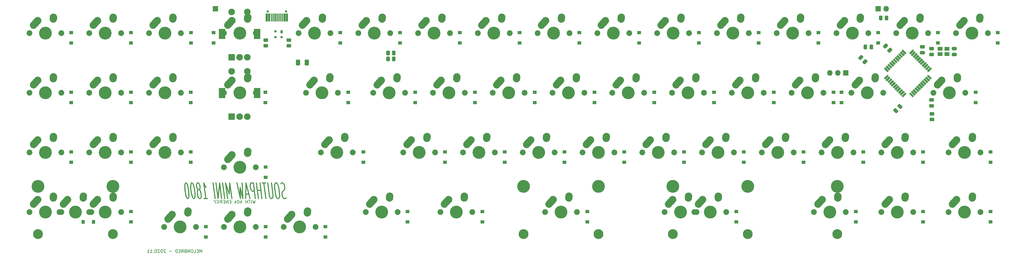
<source format=gbr>
%TF.GenerationSoftware,KiCad,Pcbnew,5.1.6+dfsg1-1*%
%TF.CreationDate,2020-11-05T21:56:46-08:00*%
%TF.ProjectId,SPM1800,53504d31-3830-4302-9e6b-696361645f70,rev?*%
%TF.SameCoordinates,Original*%
%TF.FileFunction,Soldermask,Bot*%
%TF.FilePolarity,Negative*%
%FSLAX46Y46*%
G04 Gerber Fmt 4.6, Leading zero omitted, Abs format (unit mm)*
G04 Created by KiCad (PCBNEW 5.1.6+dfsg1-1) date 2020-11-05 21:56:46*
%MOMM*%
%LPD*%
G01*
G04 APERTURE LIST*
%ADD10C,0.150000*%
%ADD11C,0.333000*%
%ADD12O,1.800000X1.800000*%
%ADD13R,1.800000X1.800000*%
%ADD14R,2.100000X2.100000*%
%ADD15C,2.100000*%
%ADD16R,2.100000X3.300000*%
%ADD17C,1.850000*%
%ADD18C,2.350000*%
%ADD19C,4.087800*%
%ADD20R,1.500000X1.300000*%
%ADD21C,0.750000*%
%ADD22R,0.400000X2.550000*%
%ADD23R,0.700000X2.550000*%
%ADD24C,0.100000*%
%ADD25C,3.148000*%
%ADD26R,0.800000X0.700000*%
%ADD27R,0.800000X1.100000*%
%ADD28R,1.300000X1.000000*%
%ADD29R,1.000000X1.300000*%
G04 APERTURE END LIST*
D10*
X116172166Y-138818880D02*
X116172166Y-137818880D01*
X115838833Y-138533166D01*
X115505500Y-137818880D01*
X115505500Y-138818880D01*
X115029309Y-138295071D02*
X114695976Y-138295071D01*
X114553119Y-138818880D02*
X115029309Y-138818880D01*
X115029309Y-137818880D01*
X114553119Y-137818880D01*
X113648357Y-138818880D02*
X114124547Y-138818880D01*
X114124547Y-137818880D01*
X113124547Y-137818880D02*
X112934071Y-137818880D01*
X112838833Y-137866500D01*
X112743595Y-137961738D01*
X112695976Y-138152214D01*
X112695976Y-138485547D01*
X112743595Y-138676023D01*
X112838833Y-138771261D01*
X112934071Y-138818880D01*
X113124547Y-138818880D01*
X113219785Y-138771261D01*
X113315023Y-138676023D01*
X113362642Y-138485547D01*
X113362642Y-138152214D01*
X113315023Y-137961738D01*
X113219785Y-137866500D01*
X113124547Y-137818880D01*
X112267404Y-138818880D02*
X112267404Y-137818880D01*
X111695976Y-138818880D01*
X111695976Y-137818880D01*
X110886452Y-138295071D02*
X110743595Y-138342690D01*
X110695976Y-138390309D01*
X110648357Y-138485547D01*
X110648357Y-138628404D01*
X110695976Y-138723642D01*
X110743595Y-138771261D01*
X110838833Y-138818880D01*
X111219785Y-138818880D01*
X111219785Y-137818880D01*
X110886452Y-137818880D01*
X110791214Y-137866500D01*
X110743595Y-137914119D01*
X110695976Y-138009357D01*
X110695976Y-138104595D01*
X110743595Y-138199833D01*
X110791214Y-138247452D01*
X110886452Y-138295071D01*
X111219785Y-138295071D01*
X109648357Y-138818880D02*
X109981690Y-138342690D01*
X110219785Y-138818880D02*
X110219785Y-137818880D01*
X109838833Y-137818880D01*
X109743595Y-137866500D01*
X109695976Y-137914119D01*
X109648357Y-138009357D01*
X109648357Y-138152214D01*
X109695976Y-138247452D01*
X109743595Y-138295071D01*
X109838833Y-138342690D01*
X110219785Y-138342690D01*
X109219785Y-138295071D02*
X108886452Y-138295071D01*
X108743595Y-138818880D02*
X109219785Y-138818880D01*
X109219785Y-137818880D01*
X108743595Y-137818880D01*
X108315023Y-138818880D02*
X108315023Y-137818880D01*
X108076928Y-137818880D01*
X107934071Y-137866500D01*
X107838833Y-137961738D01*
X107791214Y-138056976D01*
X107743595Y-138247452D01*
X107743595Y-138390309D01*
X107791214Y-138580785D01*
X107838833Y-138676023D01*
X107934071Y-138771261D01*
X108076928Y-138818880D01*
X108315023Y-138818880D01*
X106553119Y-138437928D02*
X105791214Y-138437928D01*
X104600738Y-137914119D02*
X104553119Y-137866500D01*
X104457880Y-137818880D01*
X104219785Y-137818880D01*
X104124547Y-137866500D01*
X104076928Y-137914119D01*
X104029309Y-138009357D01*
X104029309Y-138104595D01*
X104076928Y-138247452D01*
X104648357Y-138818880D01*
X104029309Y-138818880D01*
X103410261Y-137818880D02*
X103315023Y-137818880D01*
X103219785Y-137866500D01*
X103172166Y-137914119D01*
X103124547Y-138009357D01*
X103076928Y-138199833D01*
X103076928Y-138437928D01*
X103124547Y-138628404D01*
X103172166Y-138723642D01*
X103219785Y-138771261D01*
X103315023Y-138818880D01*
X103410261Y-138818880D01*
X103505500Y-138771261D01*
X103553119Y-138723642D01*
X103600738Y-138628404D01*
X103648357Y-138437928D01*
X103648357Y-138199833D01*
X103600738Y-138009357D01*
X103553119Y-137914119D01*
X103505500Y-137866500D01*
X103410261Y-137818880D01*
X102695976Y-137914119D02*
X102648357Y-137866500D01*
X102553119Y-137818880D01*
X102315023Y-137818880D01*
X102219785Y-137866500D01*
X102172166Y-137914119D01*
X102124547Y-138009357D01*
X102124547Y-138104595D01*
X102172166Y-138247452D01*
X102743595Y-138818880D01*
X102124547Y-138818880D01*
X101505500Y-137818880D02*
X101410261Y-137818880D01*
X101315023Y-137866500D01*
X101267404Y-137914119D01*
X101219785Y-138009357D01*
X101172166Y-138199833D01*
X101172166Y-138437928D01*
X101219785Y-138628404D01*
X101267404Y-138723642D01*
X101315023Y-138771261D01*
X101410261Y-138818880D01*
X101505500Y-138818880D01*
X101600738Y-138771261D01*
X101648357Y-138723642D01*
X101695976Y-138628404D01*
X101743595Y-138437928D01*
X101743595Y-138199833D01*
X101695976Y-138009357D01*
X101648357Y-137914119D01*
X101600738Y-137866500D01*
X101505500Y-137818880D01*
X100743595Y-138723642D02*
X100695976Y-138771261D01*
X100743595Y-138818880D01*
X100791214Y-138771261D01*
X100743595Y-138723642D01*
X100743595Y-138818880D01*
X99743595Y-138818880D02*
X100315023Y-138818880D01*
X100029309Y-138818880D02*
X100029309Y-137818880D01*
X100124547Y-137961738D01*
X100219785Y-138056976D01*
X100315023Y-138104595D01*
X98791214Y-138818880D02*
X99362642Y-138818880D01*
X99076928Y-138818880D02*
X99076928Y-137818880D01*
X99172166Y-137961738D01*
X99267404Y-138056976D01*
X99362642Y-138104595D01*
X133141604Y-122070880D02*
X133028508Y-123070880D01*
X132748747Y-122356595D01*
X132647556Y-123070880D01*
X132284461Y-122070880D01*
X132028508Y-123070880D02*
X131903508Y-122070880D01*
X131570175Y-122070880D02*
X130998747Y-122070880D01*
X131409461Y-123070880D02*
X131284461Y-122070880D01*
X130790413Y-123070880D02*
X130665413Y-122070880D01*
X130724937Y-122547071D02*
X130153508Y-122547071D01*
X130218985Y-123070880D02*
X130093985Y-122070880D01*
X128468985Y-122404214D02*
X128552318Y-123070880D01*
X128659461Y-122023261D02*
X128986842Y-122737547D01*
X128367794Y-122737547D01*
X127713032Y-122070880D02*
X127617794Y-122070880D01*
X127528508Y-122118500D01*
X127486842Y-122166119D01*
X127451127Y-122261357D01*
X127427318Y-122451833D01*
X127457080Y-122689928D01*
X127528508Y-122880404D01*
X127588032Y-122975642D01*
X127641604Y-123023261D01*
X127742794Y-123070880D01*
X127838032Y-123070880D01*
X127927318Y-123023261D01*
X127968985Y-122975642D01*
X128004699Y-122880404D01*
X128028508Y-122689928D01*
X127998747Y-122451833D01*
X127927318Y-122261357D01*
X127867794Y-122166119D01*
X127814223Y-122118500D01*
X127713032Y-122070880D01*
X127117794Y-123023261D02*
X127028508Y-123070880D01*
X126838032Y-123070880D01*
X126736842Y-123023261D01*
X126677318Y-122928023D01*
X126671366Y-122880404D01*
X126707080Y-122785166D01*
X126796366Y-122737547D01*
X126939223Y-122737547D01*
X127028508Y-122689928D01*
X127064223Y-122594690D01*
X127058270Y-122547071D01*
X126998747Y-122451833D01*
X126897556Y-122404214D01*
X126754699Y-122404214D01*
X126665413Y-122451833D01*
X125439223Y-122547071D02*
X125105889Y-122547071D01*
X125028508Y-123070880D02*
X125504699Y-123070880D01*
X125379699Y-122070880D01*
X124903508Y-122070880D01*
X124599937Y-123070880D02*
X124474937Y-122070880D01*
X124028508Y-123070880D01*
X123903508Y-122070880D01*
X123486842Y-122547071D02*
X123153508Y-122547071D01*
X123076127Y-123070880D02*
X123552318Y-123070880D01*
X123427318Y-122070880D01*
X122951127Y-122070880D01*
X122076127Y-123070880D02*
X122349937Y-122594690D01*
X122647556Y-123070880D02*
X122522556Y-122070880D01*
X122141604Y-122070880D01*
X122052318Y-122118500D01*
X122010651Y-122166119D01*
X121974937Y-122261357D01*
X121992794Y-122404214D01*
X122052318Y-122499452D01*
X122105889Y-122547071D01*
X122207080Y-122594690D01*
X122588032Y-122594690D01*
X121004699Y-122118500D02*
X121093985Y-122070880D01*
X121236842Y-122070880D01*
X121385651Y-122118500D01*
X121492794Y-122213738D01*
X121552318Y-122308976D01*
X121623747Y-122499452D01*
X121641604Y-122642309D01*
X121617794Y-122832785D01*
X121582080Y-122928023D01*
X121498747Y-123023261D01*
X121361842Y-123070880D01*
X121266604Y-123070880D01*
X121117794Y-123023261D01*
X121064223Y-122975642D01*
X121022556Y-122642309D01*
X121213032Y-122642309D01*
X120397556Y-122594690D02*
X120457080Y-123070880D01*
X120665413Y-122070880D02*
X120397556Y-122594690D01*
X119998747Y-122070880D01*
D11*
X143007663Y-121340309D02*
X142751711Y-121578404D01*
X142275520Y-121578404D01*
X142055282Y-121340309D01*
X141930282Y-121102214D01*
X141775520Y-120626023D01*
X141715996Y-120149833D01*
X141751711Y-119673642D01*
X141817187Y-119435547D01*
X141977901Y-119197452D01*
X142329091Y-118959357D01*
X142489806Y-118721261D01*
X142555282Y-118483166D01*
X142590996Y-118006976D01*
X142531472Y-117530785D01*
X142376711Y-117054595D01*
X142251711Y-116816500D01*
X142031472Y-116578404D01*
X141555282Y-116578404D01*
X141299330Y-116816500D01*
X140031472Y-116578404D02*
X139650520Y-116578404D01*
X139489806Y-116816500D01*
X139358853Y-117292690D01*
X139382663Y-118245071D01*
X139590996Y-119911738D01*
X139805282Y-120864119D01*
X140055282Y-121340309D01*
X140275520Y-121578404D01*
X140656472Y-121578404D01*
X140817187Y-121340309D01*
X140948139Y-120864119D01*
X140924330Y-119911738D01*
X140715996Y-118245071D01*
X140501711Y-117292690D01*
X140251711Y-116816500D01*
X140031472Y-116578404D01*
X138317187Y-116578404D02*
X138823139Y-120626023D01*
X138787425Y-121102214D01*
X138721949Y-121340309D01*
X138561234Y-121578404D01*
X138180282Y-121578404D01*
X137960044Y-121340309D01*
X137835044Y-121102214D01*
X137680282Y-120626023D01*
X137174330Y-116578404D01*
X136507663Y-116578404D02*
X135364806Y-116578404D01*
X136561234Y-121578404D02*
X135936234Y-116578404D01*
X135323139Y-121578404D02*
X134698139Y-116578404D01*
X134995758Y-118959357D02*
X133852901Y-118959357D01*
X134180282Y-121578404D02*
X133555282Y-116578404D01*
X133227901Y-121578404D02*
X132602901Y-116578404D01*
X131840996Y-116578404D01*
X131680282Y-116816500D01*
X131614806Y-117054595D01*
X131579091Y-117530785D01*
X131668377Y-118245071D01*
X131823139Y-118721261D01*
X131948139Y-118959357D01*
X132168377Y-119197452D01*
X132930282Y-119197452D01*
X131144568Y-120149833D02*
X130192187Y-120149833D01*
X131513615Y-121578404D02*
X130221949Y-116578404D01*
X130180282Y-121578404D01*
X129079091Y-116578404D02*
X129227901Y-121578404D01*
X128400520Y-118006976D01*
X128465996Y-121578404D01*
X127364806Y-116578404D01*
X125704091Y-121578404D02*
X125079091Y-116578404D01*
X124858853Y-120149833D01*
X123745758Y-116578404D01*
X124370758Y-121578404D01*
X123418377Y-121578404D02*
X122793377Y-116578404D01*
X122465996Y-121578404D02*
X121840996Y-116578404D01*
X121323139Y-121578404D01*
X120698139Y-116578404D01*
X120370758Y-121578404D02*
X119745758Y-116578404D01*
X116846949Y-121578404D02*
X117989806Y-121578404D01*
X117418377Y-121578404D02*
X116793377Y-116578404D01*
X117073139Y-117292690D01*
X117323139Y-117768880D01*
X117543377Y-118006976D01*
X115346949Y-118721261D02*
X115507663Y-118483166D01*
X115573139Y-118245071D01*
X115608853Y-117768880D01*
X115579091Y-117530785D01*
X115424330Y-117054595D01*
X115299330Y-116816500D01*
X115079091Y-116578404D01*
X114698139Y-116578404D01*
X114537425Y-116816500D01*
X114471949Y-117054595D01*
X114436234Y-117530785D01*
X114465996Y-117768880D01*
X114620758Y-118245071D01*
X114745758Y-118483166D01*
X114965996Y-118721261D01*
X115346949Y-118721261D01*
X115567187Y-118959357D01*
X115692187Y-119197452D01*
X115846949Y-119673642D01*
X115965996Y-120626023D01*
X115930282Y-121102214D01*
X115864806Y-121340309D01*
X115704091Y-121578404D01*
X115323139Y-121578404D01*
X115102901Y-121340309D01*
X114977901Y-121102214D01*
X114823139Y-120626023D01*
X114704091Y-119673642D01*
X114739806Y-119197452D01*
X114805282Y-118959357D01*
X114965996Y-118721261D01*
X113079091Y-116578404D02*
X112888615Y-116578404D01*
X112727901Y-116816500D01*
X112662425Y-117054595D01*
X112626711Y-117530785D01*
X112650520Y-118483166D01*
X112799330Y-119673642D01*
X113013615Y-120626023D01*
X113168377Y-121102214D01*
X113293377Y-121340309D01*
X113513615Y-121578404D01*
X113704091Y-121578404D01*
X113864806Y-121340309D01*
X113930282Y-121102214D01*
X113965996Y-120626023D01*
X113942187Y-119673642D01*
X113793377Y-118483166D01*
X113579091Y-117530785D01*
X113424330Y-117054595D01*
X113299330Y-116816500D01*
X113079091Y-116578404D01*
X111174330Y-116578404D02*
X110983853Y-116578404D01*
X110823139Y-116816500D01*
X110757663Y-117054595D01*
X110721949Y-117530785D01*
X110745758Y-118483166D01*
X110894568Y-119673642D01*
X111108853Y-120626023D01*
X111263615Y-121102214D01*
X111388615Y-121340309D01*
X111608853Y-121578404D01*
X111799330Y-121578404D01*
X111960044Y-121340309D01*
X112025520Y-121102214D01*
X112061234Y-120626023D01*
X112037425Y-119673642D01*
X111888615Y-118483166D01*
X111674330Y-117530785D01*
X111519568Y-117054595D01*
X111394568Y-116816500D01*
X111174330Y-116578404D01*
%TO.C,R6*%
G36*
G01*
X176076500Y-74581389D02*
X176076500Y-75532611D01*
G75*
G02*
X175802111Y-75807000I-274389J0D01*
G01*
X175225889Y-75807000D01*
G75*
G02*
X174951500Y-75532611I0J274389D01*
G01*
X174951500Y-74581389D01*
G75*
G02*
X175225889Y-74307000I274389J0D01*
G01*
X175802111Y-74307000D01*
G75*
G02*
X176076500Y-74581389I0J-274389D01*
G01*
G37*
G36*
G01*
X177901500Y-74581389D02*
X177901500Y-75532611D01*
G75*
G02*
X177627111Y-75807000I-274389J0D01*
G01*
X177050889Y-75807000D01*
G75*
G02*
X176776500Y-75532611I0J274389D01*
G01*
X176776500Y-74581389D01*
G75*
G02*
X177050889Y-74307000I274389J0D01*
G01*
X177627111Y-74307000D01*
G75*
G02*
X177901500Y-74581389I0J-274389D01*
G01*
G37*
%TD*%
%TO.C,R5*%
G36*
G01*
X176076500Y-76486389D02*
X176076500Y-77437611D01*
G75*
G02*
X175802111Y-77712000I-274389J0D01*
G01*
X175225889Y-77712000D01*
G75*
G02*
X174951500Y-77437611I0J274389D01*
G01*
X174951500Y-76486389D01*
G75*
G02*
X175225889Y-76212000I274389J0D01*
G01*
X175802111Y-76212000D01*
G75*
G02*
X176076500Y-76486389I0J-274389D01*
G01*
G37*
G36*
G01*
X177901500Y-76486389D02*
X177901500Y-77437611D01*
G75*
G02*
X177627111Y-77712000I-274389J0D01*
G01*
X177050889Y-77712000D01*
G75*
G02*
X176776500Y-77437611I0J274389D01*
G01*
X176776500Y-76486389D01*
G75*
G02*
X177050889Y-76212000I274389J0D01*
G01*
X177627111Y-76212000D01*
G75*
G02*
X177901500Y-76486389I0J-274389D01*
G01*
G37*
%TD*%
D12*
%TO.C,J2*%
X316357000Y-81407000D03*
X318897000Y-81407000D03*
D13*
X321437000Y-81407000D03*
%TD*%
%TO.C,J3*%
X120523000Y-60960000D03*
%TD*%
%TO.C,C1*%
G36*
G01*
X346321000Y-73641000D02*
X345321000Y-73641000D01*
G75*
G02*
X345046000Y-73366000I0J275000D01*
G01*
X345046000Y-72816000D01*
G75*
G02*
X345321000Y-72541000I275000J0D01*
G01*
X346321000Y-72541000D01*
G75*
G02*
X346596000Y-72816000I0J-275000D01*
G01*
X346596000Y-73366000D01*
G75*
G02*
X346321000Y-73641000I-275000J0D01*
G01*
G37*
G36*
G01*
X346321000Y-75541000D02*
X345321000Y-75541000D01*
G75*
G02*
X345046000Y-75266000I0J275000D01*
G01*
X345046000Y-74716000D01*
G75*
G02*
X345321000Y-74441000I275000J0D01*
G01*
X346321000Y-74441000D01*
G75*
G02*
X346596000Y-74716000I0J-275000D01*
G01*
X346596000Y-75266000D01*
G75*
G02*
X346321000Y-75541000I-275000J0D01*
G01*
G37*
%TD*%
D14*
%TO.C,EC2*%
X125683000Y-95399000D03*
D15*
X128183000Y-95399000D03*
X130683000Y-95399000D03*
D16*
X122583000Y-87899000D03*
X133783000Y-87899000D03*
D15*
X125683000Y-80899000D03*
X130683000Y-80899000D03*
%TD*%
D14*
%TO.C,EC1*%
X125683000Y-76454000D03*
D15*
X128183000Y-76454000D03*
X130683000Y-76454000D03*
D16*
X122583000Y-68954000D03*
X133783000Y-68954000D03*
D15*
X125683000Y-61954000D03*
X130683000Y-61954000D03*
%TD*%
D17*
%TO.C,MX27*%
X276193250Y-87788750D03*
X266033250Y-87788750D03*
D18*
X268613250Y-83788750D03*
D19*
X271113250Y-87788750D03*
G36*
G01*
X266518541Y-86123310D02*
X266518541Y-86123311D01*
G75*
G02*
X266428689Y-84464041I784709J874561D01*
G01*
X267738691Y-83004041D01*
G75*
G02*
X269397961Y-82914189I874561J-784709D01*
G01*
X269397961Y-82914189D01*
G75*
G02*
X269487813Y-84573459I-784709J-874561D01*
G01*
X268177811Y-86033459D01*
G75*
G02*
X266518541Y-86123311I-874561J784709D01*
G01*
G37*
D18*
X273653250Y-82708750D03*
G36*
G01*
X273532407Y-84460966D02*
X273532407Y-84460966D01*
G75*
G02*
X272441034Y-83207907I80843J1172216D01*
G01*
X272481034Y-82627907D01*
G75*
G02*
X273734093Y-81536534I1172216J-80843D01*
G01*
X273734093Y-81536534D01*
G75*
G02*
X274825466Y-82789593I-80843J-1172216D01*
G01*
X274785466Y-83369593D01*
G75*
G02*
X273532407Y-84460966I-1172216J80843D01*
G01*
G37*
%TD*%
D17*
%TO.C,MX32*%
X71405750Y-106838750D03*
X61245750Y-106838750D03*
D18*
X63825750Y-102838750D03*
D19*
X66325750Y-106838750D03*
G36*
G01*
X61731041Y-105173310D02*
X61731041Y-105173311D01*
G75*
G02*
X61641189Y-103514041I784709J874561D01*
G01*
X62951191Y-102054041D01*
G75*
G02*
X64610461Y-101964189I874561J-784709D01*
G01*
X64610461Y-101964189D01*
G75*
G02*
X64700313Y-103623459I-784709J-874561D01*
G01*
X63390311Y-105083459D01*
G75*
G02*
X61731041Y-105173311I-874561J784709D01*
G01*
G37*
D18*
X68865750Y-101758750D03*
G36*
G01*
X68744907Y-103510966D02*
X68744907Y-103510966D01*
G75*
G02*
X67653534Y-102257907I80843J1172216D01*
G01*
X67693534Y-101677907D01*
G75*
G02*
X68946593Y-100586534I1172216J-80843D01*
G01*
X68946593Y-100586534D01*
G75*
G02*
X70037966Y-101839593I-80843J-1172216D01*
G01*
X69997966Y-102419593D01*
G75*
G02*
X68744907Y-103510966I-1172216J80843D01*
G01*
G37*
%TD*%
D17*
%TO.C,MX4*%
X133318250Y-68738750D03*
X123158250Y-68738750D03*
D18*
X125738250Y-64738750D03*
D19*
X128238250Y-68738750D03*
G36*
G01*
X123643541Y-67073310D02*
X123643541Y-67073311D01*
G75*
G02*
X123553689Y-65414041I784709J874561D01*
G01*
X124863691Y-63954041D01*
G75*
G02*
X126522961Y-63864189I874561J-784709D01*
G01*
X126522961Y-63864189D01*
G75*
G02*
X126612813Y-65523459I-784709J-874561D01*
G01*
X125302811Y-66983459D01*
G75*
G02*
X123643541Y-67073311I-874561J784709D01*
G01*
G37*
D18*
X130778250Y-63658750D03*
G36*
G01*
X130657407Y-65410966D02*
X130657407Y-65410966D01*
G75*
G02*
X129566034Y-64157907I80843J1172216D01*
G01*
X129606034Y-63577907D01*
G75*
G02*
X130859093Y-62486534I1172216J-80843D01*
G01*
X130859093Y-62486534D01*
G75*
G02*
X131950466Y-63739593I-80843J-1172216D01*
G01*
X131910466Y-64319593D01*
G75*
G02*
X130657407Y-65410966I-1172216J80843D01*
G01*
G37*
%TD*%
D17*
%TO.C,MX6*%
X176180750Y-68738750D03*
X166020750Y-68738750D03*
D18*
X168600750Y-64738750D03*
D19*
X171100750Y-68738750D03*
G36*
G01*
X166506041Y-67073310D02*
X166506041Y-67073311D01*
G75*
G02*
X166416189Y-65414041I784709J874561D01*
G01*
X167726191Y-63954041D01*
G75*
G02*
X169385461Y-63864189I874561J-784709D01*
G01*
X169385461Y-63864189D01*
G75*
G02*
X169475313Y-65523459I-784709J-874561D01*
G01*
X168165311Y-66983459D01*
G75*
G02*
X166506041Y-67073311I-874561J784709D01*
G01*
G37*
D18*
X173640750Y-63658750D03*
G36*
G01*
X173519907Y-65410966D02*
X173519907Y-65410966D01*
G75*
G02*
X172428534Y-64157907I80843J1172216D01*
G01*
X172468534Y-63577907D01*
G75*
G02*
X173721593Y-62486534I1172216J-80843D01*
G01*
X173721593Y-62486534D01*
G75*
G02*
X174812966Y-63739593I-80843J-1172216D01*
G01*
X174772966Y-64319593D01*
G75*
G02*
X173519907Y-65410966I-1172216J80843D01*
G01*
G37*
%TD*%
D17*
%TO.C,MX1*%
X71405750Y-68738750D03*
X61245750Y-68738750D03*
D18*
X63825750Y-64738750D03*
D19*
X66325750Y-68738750D03*
G36*
G01*
X61731041Y-67073310D02*
X61731041Y-67073311D01*
G75*
G02*
X61641189Y-65414041I784709J874561D01*
G01*
X62951191Y-63954041D01*
G75*
G02*
X64610461Y-63864189I874561J-784709D01*
G01*
X64610461Y-63864189D01*
G75*
G02*
X64700313Y-65523459I-784709J-874561D01*
G01*
X63390311Y-66983459D01*
G75*
G02*
X61731041Y-67073311I-874561J784709D01*
G01*
G37*
D18*
X68865750Y-63658750D03*
G36*
G01*
X68744907Y-65410966D02*
X68744907Y-65410966D01*
G75*
G02*
X67653534Y-64157907I80843J1172216D01*
G01*
X67693534Y-63577907D01*
G75*
G02*
X68946593Y-62486534I1172216J-80843D01*
G01*
X68946593Y-62486534D01*
G75*
G02*
X70037966Y-63739593I-80843J-1172216D01*
G01*
X69997966Y-64319593D01*
G75*
G02*
X68744907Y-65410966I-1172216J80843D01*
G01*
G37*
%TD*%
D20*
%TO.C,Y1*%
X353695000Y-73738000D03*
X351495000Y-73738000D03*
X351495000Y-75438000D03*
X353695000Y-75438000D03*
%TD*%
D21*
%TO.C,USB1*%
X137191000Y-61749000D03*
X142971000Y-61749000D03*
D22*
X139831000Y-63694000D03*
X140331000Y-63694000D03*
X140831000Y-63694000D03*
X139331000Y-63694000D03*
X141331000Y-63694000D03*
X138831000Y-63694000D03*
X141831000Y-63694000D03*
X138331000Y-63694000D03*
D23*
X137631000Y-63694000D03*
X142531000Y-63694000D03*
X136856000Y-63694000D03*
X143306000Y-63694000D03*
%TD*%
D24*
%TO.C,U1*%
G36*
X334655690Y-81997337D02*
G01*
X335115309Y-82456956D01*
X333983938Y-83588327D01*
X333524319Y-83128708D01*
X334655690Y-81997337D01*
G37*
G36*
X335221376Y-82563022D02*
G01*
X335680995Y-83022641D01*
X334549624Y-84154012D01*
X334090005Y-83694393D01*
X335221376Y-82563022D01*
G37*
G36*
X335787061Y-83128707D02*
G01*
X336246680Y-83588326D01*
X335115309Y-84719697D01*
X334655690Y-84260078D01*
X335787061Y-83128707D01*
G37*
G36*
X336352746Y-83694393D02*
G01*
X336812365Y-84154012D01*
X335680994Y-85285383D01*
X335221375Y-84825764D01*
X336352746Y-83694393D01*
G37*
G36*
X336918432Y-84260078D02*
G01*
X337378051Y-84719697D01*
X336246680Y-85851068D01*
X335787061Y-85391449D01*
X336918432Y-84260078D01*
G37*
G36*
X337484117Y-84825764D02*
G01*
X337943736Y-85285383D01*
X336812365Y-86416754D01*
X336352746Y-85957135D01*
X337484117Y-84825764D01*
G37*
G36*
X338049803Y-85391449D02*
G01*
X338509422Y-85851068D01*
X337378051Y-86982439D01*
X336918432Y-86522820D01*
X338049803Y-85391449D01*
G37*
G36*
X338615488Y-85957135D02*
G01*
X339075107Y-86416754D01*
X337943736Y-87548125D01*
X337484117Y-87088506D01*
X338615488Y-85957135D01*
G37*
G36*
X339181174Y-86522820D02*
G01*
X339640793Y-86982439D01*
X338509422Y-88113810D01*
X338049803Y-87654191D01*
X339181174Y-86522820D01*
G37*
G36*
X339746859Y-87088505D02*
G01*
X340206478Y-87548124D01*
X339075107Y-88679495D01*
X338615488Y-88219876D01*
X339746859Y-87088505D01*
G37*
G36*
X340312544Y-87654191D02*
G01*
X340772163Y-88113810D01*
X339640792Y-89245181D01*
X339181173Y-88785562D01*
X340312544Y-87654191D01*
G37*
G36*
X341585337Y-88113810D02*
G01*
X342044956Y-87654191D01*
X343176327Y-88785562D01*
X342716708Y-89245181D01*
X341585337Y-88113810D01*
G37*
G36*
X342151022Y-87548124D02*
G01*
X342610641Y-87088505D01*
X343742012Y-88219876D01*
X343282393Y-88679495D01*
X342151022Y-87548124D01*
G37*
G36*
X342716707Y-86982439D02*
G01*
X343176326Y-86522820D01*
X344307697Y-87654191D01*
X343848078Y-88113810D01*
X342716707Y-86982439D01*
G37*
G36*
X343282393Y-86416754D02*
G01*
X343742012Y-85957135D01*
X344873383Y-87088506D01*
X344413764Y-87548125D01*
X343282393Y-86416754D01*
G37*
G36*
X343848078Y-85851068D02*
G01*
X344307697Y-85391449D01*
X345439068Y-86522820D01*
X344979449Y-86982439D01*
X343848078Y-85851068D01*
G37*
G36*
X344413764Y-85285383D02*
G01*
X344873383Y-84825764D01*
X346004754Y-85957135D01*
X345545135Y-86416754D01*
X344413764Y-85285383D01*
G37*
G36*
X344979449Y-84719697D02*
G01*
X345439068Y-84260078D01*
X346570439Y-85391449D01*
X346110820Y-85851068D01*
X344979449Y-84719697D01*
G37*
G36*
X345545135Y-84154012D02*
G01*
X346004754Y-83694393D01*
X347136125Y-84825764D01*
X346676506Y-85285383D01*
X345545135Y-84154012D01*
G37*
G36*
X346110820Y-83588326D02*
G01*
X346570439Y-83128707D01*
X347701810Y-84260078D01*
X347242191Y-84719697D01*
X346110820Y-83588326D01*
G37*
G36*
X346676505Y-83022641D02*
G01*
X347136124Y-82563022D01*
X348267495Y-83694393D01*
X347807876Y-84154012D01*
X346676505Y-83022641D01*
G37*
G36*
X347242191Y-82456956D02*
G01*
X347701810Y-81997337D01*
X348833181Y-83128708D01*
X348373562Y-83588327D01*
X347242191Y-82456956D01*
G37*
G36*
X348373562Y-79593173D02*
G01*
X348833181Y-80052792D01*
X347701810Y-81184163D01*
X347242191Y-80724544D01*
X348373562Y-79593173D01*
G37*
G36*
X347807876Y-79027488D02*
G01*
X348267495Y-79487107D01*
X347136124Y-80618478D01*
X346676505Y-80158859D01*
X347807876Y-79027488D01*
G37*
G36*
X347242191Y-78461803D02*
G01*
X347701810Y-78921422D01*
X346570439Y-80052793D01*
X346110820Y-79593174D01*
X347242191Y-78461803D01*
G37*
G36*
X346676506Y-77896117D02*
G01*
X347136125Y-78355736D01*
X346004754Y-79487107D01*
X345545135Y-79027488D01*
X346676506Y-77896117D01*
G37*
G36*
X346110820Y-77330432D02*
G01*
X346570439Y-77790051D01*
X345439068Y-78921422D01*
X344979449Y-78461803D01*
X346110820Y-77330432D01*
G37*
G36*
X345545135Y-76764746D02*
G01*
X346004754Y-77224365D01*
X344873383Y-78355736D01*
X344413764Y-77896117D01*
X345545135Y-76764746D01*
G37*
G36*
X344979449Y-76199061D02*
G01*
X345439068Y-76658680D01*
X344307697Y-77790051D01*
X343848078Y-77330432D01*
X344979449Y-76199061D01*
G37*
G36*
X344413764Y-75633375D02*
G01*
X344873383Y-76092994D01*
X343742012Y-77224365D01*
X343282393Y-76764746D01*
X344413764Y-75633375D01*
G37*
G36*
X343848078Y-75067690D02*
G01*
X344307697Y-75527309D01*
X343176326Y-76658680D01*
X342716707Y-76199061D01*
X343848078Y-75067690D01*
G37*
G36*
X343282393Y-74502005D02*
G01*
X343742012Y-74961624D01*
X342610641Y-76092995D01*
X342151022Y-75633376D01*
X343282393Y-74502005D01*
G37*
G36*
X342716708Y-73936319D02*
G01*
X343176327Y-74395938D01*
X342044956Y-75527309D01*
X341585337Y-75067690D01*
X342716708Y-73936319D01*
G37*
G36*
X339181173Y-74395938D02*
G01*
X339640792Y-73936319D01*
X340772163Y-75067690D01*
X340312544Y-75527309D01*
X339181173Y-74395938D01*
G37*
G36*
X338615488Y-74961624D02*
G01*
X339075107Y-74502005D01*
X340206478Y-75633376D01*
X339746859Y-76092995D01*
X338615488Y-74961624D01*
G37*
G36*
X338049803Y-75527309D02*
G01*
X338509422Y-75067690D01*
X339640793Y-76199061D01*
X339181174Y-76658680D01*
X338049803Y-75527309D01*
G37*
G36*
X337484117Y-76092994D02*
G01*
X337943736Y-75633375D01*
X339075107Y-76764746D01*
X338615488Y-77224365D01*
X337484117Y-76092994D01*
G37*
G36*
X336918432Y-76658680D02*
G01*
X337378051Y-76199061D01*
X338509422Y-77330432D01*
X338049803Y-77790051D01*
X336918432Y-76658680D01*
G37*
G36*
X336352746Y-77224365D02*
G01*
X336812365Y-76764746D01*
X337943736Y-77896117D01*
X337484117Y-78355736D01*
X336352746Y-77224365D01*
G37*
G36*
X335787061Y-77790051D02*
G01*
X336246680Y-77330432D01*
X337378051Y-78461803D01*
X336918432Y-78921422D01*
X335787061Y-77790051D01*
G37*
G36*
X335221375Y-78355736D02*
G01*
X335680994Y-77896117D01*
X336812365Y-79027488D01*
X336352746Y-79487107D01*
X335221375Y-78355736D01*
G37*
G36*
X334655690Y-78921422D02*
G01*
X335115309Y-78461803D01*
X336246680Y-79593174D01*
X335787061Y-80052793D01*
X334655690Y-78921422D01*
G37*
G36*
X334090005Y-79487107D02*
G01*
X334549624Y-79027488D01*
X335680995Y-80158859D01*
X335221376Y-80618478D01*
X334090005Y-79487107D01*
G37*
G36*
X333524319Y-80052792D02*
G01*
X333983938Y-79593173D01*
X335115309Y-80724544D01*
X334655690Y-81184163D01*
X333524319Y-80052792D01*
G37*
%TD*%
%TO.C,R4*%
G36*
G01*
X144366611Y-73333500D02*
X143415389Y-73333500D01*
G75*
G02*
X143141000Y-73059111I0J274389D01*
G01*
X143141000Y-72482889D01*
G75*
G02*
X143415389Y-72208500I274389J0D01*
G01*
X144366611Y-72208500D01*
G75*
G02*
X144641000Y-72482889I0J-274389D01*
G01*
X144641000Y-73059111D01*
G75*
G02*
X144366611Y-73333500I-274389J0D01*
G01*
G37*
G36*
G01*
X144366611Y-71508500D02*
X143415389Y-71508500D01*
G75*
G02*
X143141000Y-71234111I0J274389D01*
G01*
X143141000Y-70657889D01*
G75*
G02*
X143415389Y-70383500I274389J0D01*
G01*
X144366611Y-70383500D01*
G75*
G02*
X144641000Y-70657889I0J-274389D01*
G01*
X144641000Y-71234111D01*
G75*
G02*
X144366611Y-71508500I-274389J0D01*
G01*
G37*
%TD*%
%TO.C,R3*%
G36*
G01*
X137000611Y-73333500D02*
X136049389Y-73333500D01*
G75*
G02*
X135775000Y-73059111I0J274389D01*
G01*
X135775000Y-72482889D01*
G75*
G02*
X136049389Y-72208500I274389J0D01*
G01*
X137000611Y-72208500D01*
G75*
G02*
X137275000Y-72482889I0J-274389D01*
G01*
X137275000Y-73059111D01*
G75*
G02*
X137000611Y-73333500I-274389J0D01*
G01*
G37*
G36*
G01*
X137000611Y-71508500D02*
X136049389Y-71508500D01*
G75*
G02*
X135775000Y-71234111I0J274389D01*
G01*
X135775000Y-70657889D01*
G75*
G02*
X136049389Y-70383500I274389J0D01*
G01*
X137000611Y-70383500D01*
G75*
G02*
X137275000Y-70657889I0J-274389D01*
G01*
X137275000Y-71234111D01*
G75*
G02*
X137000611Y-71508500I-274389J0D01*
G01*
G37*
%TD*%
%TO.C,R2*%
G36*
G01*
X349344611Y-95050500D02*
X348393389Y-95050500D01*
G75*
G02*
X348119000Y-94776111I0J274389D01*
G01*
X348119000Y-94199889D01*
G75*
G02*
X348393389Y-93925500I274389J0D01*
G01*
X349344611Y-93925500D01*
G75*
G02*
X349619000Y-94199889I0J-274389D01*
G01*
X349619000Y-94776111D01*
G75*
G02*
X349344611Y-95050500I-274389J0D01*
G01*
G37*
G36*
G01*
X349344611Y-96875500D02*
X348393389Y-96875500D01*
G75*
G02*
X348119000Y-96601111I0J274389D01*
G01*
X348119000Y-96024889D01*
G75*
G02*
X348393389Y-95750500I274389J0D01*
G01*
X349344611Y-95750500D01*
G75*
G02*
X349619000Y-96024889I0J-274389D01*
G01*
X349619000Y-96601111D01*
G75*
G02*
X349344611Y-96875500I-274389J0D01*
G01*
G37*
%TD*%
%TO.C,R1*%
G36*
G01*
X333828500Y-64356611D02*
X333828500Y-63405389D01*
G75*
G02*
X334102889Y-63131000I274389J0D01*
G01*
X334679111Y-63131000D01*
G75*
G02*
X334953500Y-63405389I0J-274389D01*
G01*
X334953500Y-64356611D01*
G75*
G02*
X334679111Y-64631000I-274389J0D01*
G01*
X334102889Y-64631000D01*
G75*
G02*
X333828500Y-64356611I0J274389D01*
G01*
G37*
G36*
G01*
X332003500Y-64356611D02*
X332003500Y-63405389D01*
G75*
G02*
X332277889Y-63131000I274389J0D01*
G01*
X332854111Y-63131000D01*
G75*
G02*
X333128500Y-63405389I0J-274389D01*
G01*
X333128500Y-64356611D01*
G75*
G02*
X332854111Y-64631000I-274389J0D01*
G01*
X332277889Y-64631000D01*
G75*
G02*
X332003500Y-64356611I0J274389D01*
G01*
G37*
%TD*%
D19*
%TO.C,MX59*%
X87788750Y-117633750D03*
X63912750Y-117633750D03*
D25*
X87788750Y-132873750D03*
X63912750Y-132873750D03*
D17*
X80930750Y-125888750D03*
X70770750Y-125888750D03*
D18*
X73350750Y-121888750D03*
D19*
X75850750Y-125888750D03*
G36*
G01*
X71256041Y-124223310D02*
X71256041Y-124223311D01*
G75*
G02*
X71166189Y-122564041I784709J874561D01*
G01*
X72476191Y-121104041D01*
G75*
G02*
X74135461Y-121014189I874561J-784709D01*
G01*
X74135461Y-121014189D01*
G75*
G02*
X74225313Y-122673459I-784709J-874561D01*
G01*
X72915311Y-124133459D01*
G75*
G02*
X71256041Y-124223311I-874561J784709D01*
G01*
G37*
D18*
X78390750Y-120808750D03*
G36*
G01*
X78269907Y-122560966D02*
X78269907Y-122560966D01*
G75*
G02*
X77178534Y-121307907I80843J1172216D01*
G01*
X77218534Y-120727907D01*
G75*
G02*
X78471593Y-119636534I1172216J-80843D01*
G01*
X78471593Y-119636534D01*
G75*
G02*
X79562966Y-120889593I-80843J-1172216D01*
G01*
X79522966Y-121469593D01*
G75*
G02*
X78269907Y-122560966I-1172216J80843D01*
G01*
G37*
%TD*%
D17*
%TO.C,MX58*%
X364299500Y-125888750D03*
X354139500Y-125888750D03*
D18*
X356719500Y-121888750D03*
D19*
X359219500Y-125888750D03*
G36*
G01*
X354624791Y-124223310D02*
X354624791Y-124223311D01*
G75*
G02*
X354534939Y-122564041I784709J874561D01*
G01*
X355844941Y-121104041D01*
G75*
G02*
X357504211Y-121014189I874561J-784709D01*
G01*
X357504211Y-121014189D01*
G75*
G02*
X357594063Y-122673459I-784709J-874561D01*
G01*
X356284061Y-124133459D01*
G75*
G02*
X354624791Y-124223311I-874561J784709D01*
G01*
G37*
D18*
X361759500Y-120808750D03*
G36*
G01*
X361638657Y-122560966D02*
X361638657Y-122560966D01*
G75*
G02*
X360547284Y-121307907I80843J1172216D01*
G01*
X360587284Y-120727907D01*
G75*
G02*
X361840343Y-119636534I1172216J-80843D01*
G01*
X361840343Y-119636534D01*
G75*
G02*
X362931716Y-120889593I-80843J-1172216D01*
G01*
X362891716Y-121469593D01*
G75*
G02*
X361638657Y-122560966I-1172216J80843D01*
G01*
G37*
%TD*%
D17*
%TO.C,MX57*%
X342868250Y-125888750D03*
X332708250Y-125888750D03*
D18*
X335288250Y-121888750D03*
D19*
X337788250Y-125888750D03*
G36*
G01*
X333193541Y-124223310D02*
X333193541Y-124223311D01*
G75*
G02*
X333103689Y-122564041I784709J874561D01*
G01*
X334413691Y-121104041D01*
G75*
G02*
X336072961Y-121014189I874561J-784709D01*
G01*
X336072961Y-121014189D01*
G75*
G02*
X336162813Y-122673459I-784709J-874561D01*
G01*
X334852811Y-124133459D01*
G75*
G02*
X333193541Y-124223311I-874561J784709D01*
G01*
G37*
D18*
X340328250Y-120808750D03*
G36*
G01*
X340207407Y-122560966D02*
X340207407Y-122560966D01*
G75*
G02*
X339116034Y-121307907I80843J1172216D01*
G01*
X339156034Y-120727907D01*
G75*
G02*
X340409093Y-119636534I1172216J-80843D01*
G01*
X340409093Y-119636534D01*
G75*
G02*
X341500466Y-120889593I-80843J-1172216D01*
G01*
X341460466Y-121469593D01*
G75*
G02*
X340207407Y-122560966I-1172216J80843D01*
G01*
G37*
%TD*%
D17*
%TO.C,MX56*%
X321437000Y-125888750D03*
X311277000Y-125888750D03*
D18*
X313857000Y-121888750D03*
D19*
X316357000Y-125888750D03*
G36*
G01*
X311762291Y-124223310D02*
X311762291Y-124223311D01*
G75*
G02*
X311672439Y-122564041I784709J874561D01*
G01*
X312982441Y-121104041D01*
G75*
G02*
X314641711Y-121014189I874561J-784709D01*
G01*
X314641711Y-121014189D01*
G75*
G02*
X314731563Y-122673459I-784709J-874561D01*
G01*
X313421561Y-124133459D01*
G75*
G02*
X311762291Y-124223311I-874561J784709D01*
G01*
G37*
D18*
X318897000Y-120808750D03*
G36*
G01*
X318776157Y-122560966D02*
X318776157Y-122560966D01*
G75*
G02*
X317684784Y-121307907I80843J1172216D01*
G01*
X317724784Y-120727907D01*
G75*
G02*
X318977843Y-119636534I1172216J-80843D01*
G01*
X318977843Y-119636534D01*
G75*
G02*
X320069216Y-120889593I-80843J-1172216D01*
G01*
X320029216Y-121469593D01*
G75*
G02*
X318776157Y-122560966I-1172216J80843D01*
G01*
G37*
%TD*%
D19*
%TO.C,MX55*%
X290195000Y-117633750D03*
X266319000Y-117633750D03*
D25*
X290195000Y-132873750D03*
X266319000Y-132873750D03*
D17*
X283337000Y-125888750D03*
X273177000Y-125888750D03*
D18*
X275757000Y-121888750D03*
D19*
X278257000Y-125888750D03*
G36*
G01*
X273662291Y-124223310D02*
X273662291Y-124223311D01*
G75*
G02*
X273572439Y-122564041I784709J874561D01*
G01*
X274882441Y-121104041D01*
G75*
G02*
X276541711Y-121014189I874561J-784709D01*
G01*
X276541711Y-121014189D01*
G75*
G02*
X276631563Y-122673459I-784709J-874561D01*
G01*
X275321561Y-124133459D01*
G75*
G02*
X273662291Y-124223311I-874561J784709D01*
G01*
G37*
D18*
X280797000Y-120808750D03*
G36*
G01*
X280676157Y-122560966D02*
X280676157Y-122560966D01*
G75*
G02*
X279584784Y-121307907I80843J1172216D01*
G01*
X279624784Y-120727907D01*
G75*
G02*
X280877843Y-119636534I1172216J-80843D01*
G01*
X280877843Y-119636534D01*
G75*
G02*
X281969216Y-120889593I-80843J-1172216D01*
G01*
X281929216Y-121469593D01*
G75*
G02*
X280676157Y-122560966I-1172216J80843D01*
G01*
G37*
%TD*%
D19*
%TO.C,MX60*%
X318731900Y-117633750D03*
X218732100Y-117633750D03*
D25*
X318731900Y-132873750D03*
X218732100Y-132873750D03*
D17*
X273812000Y-125888750D03*
X263652000Y-125888750D03*
D18*
X266232000Y-121888750D03*
D19*
X268732000Y-125888750D03*
G36*
G01*
X264137291Y-124223310D02*
X264137291Y-124223311D01*
G75*
G02*
X264047439Y-122564041I784709J874561D01*
G01*
X265357441Y-121104041D01*
G75*
G02*
X267016711Y-121014189I874561J-784709D01*
G01*
X267016711Y-121014189D01*
G75*
G02*
X267106563Y-122673459I-784709J-874561D01*
G01*
X265796561Y-124133459D01*
G75*
G02*
X264137291Y-124223311I-874561J784709D01*
G01*
G37*
D18*
X271272000Y-120808750D03*
G36*
G01*
X271151157Y-122560966D02*
X271151157Y-122560966D01*
G75*
G02*
X270059784Y-121307907I80843J1172216D01*
G01*
X270099784Y-120727907D01*
G75*
G02*
X271352843Y-119636534I1172216J-80843D01*
G01*
X271352843Y-119636534D01*
G75*
G02*
X272444216Y-120889593I-80843J-1172216D01*
G01*
X272404216Y-121469593D01*
G75*
G02*
X271151157Y-122560966I-1172216J80843D01*
G01*
G37*
%TD*%
D19*
%TO.C,MX54*%
X242570000Y-117633750D03*
X218694000Y-117633750D03*
D25*
X242570000Y-132873750D03*
X218694000Y-132873750D03*
D17*
X235712000Y-125888750D03*
X225552000Y-125888750D03*
D18*
X228132000Y-121888750D03*
D19*
X230632000Y-125888750D03*
G36*
G01*
X226037291Y-124223310D02*
X226037291Y-124223311D01*
G75*
G02*
X225947439Y-122564041I784709J874561D01*
G01*
X227257441Y-121104041D01*
G75*
G02*
X228916711Y-121014189I874561J-784709D01*
G01*
X228916711Y-121014189D01*
G75*
G02*
X229006563Y-122673459I-784709J-874561D01*
G01*
X227696561Y-124133459D01*
G75*
G02*
X226037291Y-124223311I-874561J784709D01*
G01*
G37*
D18*
X233172000Y-120808750D03*
G36*
G01*
X233051157Y-122560966D02*
X233051157Y-122560966D01*
G75*
G02*
X231959784Y-121307907I80843J1172216D01*
G01*
X231999784Y-120727907D01*
G75*
G02*
X233252843Y-119636534I1172216J-80843D01*
G01*
X233252843Y-119636534D01*
G75*
G02*
X234344216Y-120889593I-80843J-1172216D01*
G01*
X234304216Y-121469593D01*
G75*
G02*
X233051157Y-122560966I-1172216J80843D01*
G01*
G37*
%TD*%
D17*
%TO.C,MX53*%
X202374500Y-125888750D03*
X192214500Y-125888750D03*
D18*
X194794500Y-121888750D03*
D19*
X197294500Y-125888750D03*
G36*
G01*
X192699791Y-124223310D02*
X192699791Y-124223311D01*
G75*
G02*
X192609939Y-122564041I784709J874561D01*
G01*
X193919941Y-121104041D01*
G75*
G02*
X195579211Y-121014189I874561J-784709D01*
G01*
X195579211Y-121014189D01*
G75*
G02*
X195669063Y-122673459I-784709J-874561D01*
G01*
X194359061Y-124133459D01*
G75*
G02*
X192699791Y-124223311I-874561J784709D01*
G01*
G37*
D18*
X199834500Y-120808750D03*
G36*
G01*
X199713657Y-122560966D02*
X199713657Y-122560966D01*
G75*
G02*
X198622284Y-121307907I80843J1172216D01*
G01*
X198662284Y-120727907D01*
G75*
G02*
X199915343Y-119636534I1172216J-80843D01*
G01*
X199915343Y-119636534D01*
G75*
G02*
X201006716Y-120889593I-80843J-1172216D01*
G01*
X200966716Y-121469593D01*
G75*
G02*
X199713657Y-122560966I-1172216J80843D01*
G01*
G37*
%TD*%
D17*
%TO.C,MX52*%
X178562000Y-125888750D03*
X168402000Y-125888750D03*
D18*
X170982000Y-121888750D03*
D19*
X173482000Y-125888750D03*
G36*
G01*
X168887291Y-124223310D02*
X168887291Y-124223311D01*
G75*
G02*
X168797439Y-122564041I784709J874561D01*
G01*
X170107441Y-121104041D01*
G75*
G02*
X171766711Y-121014189I874561J-784709D01*
G01*
X171766711Y-121014189D01*
G75*
G02*
X171856563Y-122673459I-784709J-874561D01*
G01*
X170546561Y-124133459D01*
G75*
G02*
X168887291Y-124223311I-874561J784709D01*
G01*
G37*
D18*
X176022000Y-120808750D03*
G36*
G01*
X175901157Y-122560966D02*
X175901157Y-122560966D01*
G75*
G02*
X174809784Y-121307907I80843J1172216D01*
G01*
X174849784Y-120727907D01*
G75*
G02*
X176102843Y-119636534I1172216J-80843D01*
G01*
X176102843Y-119636534D01*
G75*
G02*
X177194216Y-120889593I-80843J-1172216D01*
G01*
X177154216Y-121469593D01*
G75*
G02*
X175901157Y-122560966I-1172216J80843D01*
G01*
G37*
%TD*%
D17*
%TO.C,MX51*%
X152368250Y-130651250D03*
X142208250Y-130651250D03*
D18*
X144788250Y-126651250D03*
D19*
X147288250Y-130651250D03*
G36*
G01*
X142693541Y-128985810D02*
X142693541Y-128985811D01*
G75*
G02*
X142603689Y-127326541I784709J874561D01*
G01*
X143913691Y-125866541D01*
G75*
G02*
X145572961Y-125776689I874561J-784709D01*
G01*
X145572961Y-125776689D01*
G75*
G02*
X145662813Y-127435959I-784709J-874561D01*
G01*
X144352811Y-128895959D01*
G75*
G02*
X142693541Y-128985811I-874561J784709D01*
G01*
G37*
D18*
X149828250Y-125571250D03*
G36*
G01*
X149707407Y-127323466D02*
X149707407Y-127323466D01*
G75*
G02*
X148616034Y-126070407I80843J1172216D01*
G01*
X148656034Y-125490407D01*
G75*
G02*
X149909093Y-124399034I1172216J-80843D01*
G01*
X149909093Y-124399034D01*
G75*
G02*
X151000466Y-125652093I-80843J-1172216D01*
G01*
X150960466Y-126232093D01*
G75*
G02*
X149707407Y-127323466I-1172216J80843D01*
G01*
G37*
%TD*%
D17*
%TO.C,MX50*%
X133318250Y-130651250D03*
X123158250Y-130651250D03*
D18*
X125738250Y-126651250D03*
D19*
X128238250Y-130651250D03*
G36*
G01*
X123643541Y-128985810D02*
X123643541Y-128985811D01*
G75*
G02*
X123553689Y-127326541I784709J874561D01*
G01*
X124863691Y-125866541D01*
G75*
G02*
X126522961Y-125776689I874561J-784709D01*
G01*
X126522961Y-125776689D01*
G75*
G02*
X126612813Y-127435959I-784709J-874561D01*
G01*
X125302811Y-128895959D01*
G75*
G02*
X123643541Y-128985811I-874561J784709D01*
G01*
G37*
D18*
X130778250Y-125571250D03*
G36*
G01*
X130657407Y-127323466D02*
X130657407Y-127323466D01*
G75*
G02*
X129566034Y-126070407I80843J1172216D01*
G01*
X129606034Y-125490407D01*
G75*
G02*
X130859093Y-124399034I1172216J-80843D01*
G01*
X130859093Y-124399034D01*
G75*
G02*
X131950466Y-125652093I-80843J-1172216D01*
G01*
X131910466Y-126232093D01*
G75*
G02*
X130657407Y-127323466I-1172216J80843D01*
G01*
G37*
%TD*%
D17*
%TO.C,MX49*%
X114268250Y-130651250D03*
X104108250Y-130651250D03*
D18*
X106688250Y-126651250D03*
D19*
X109188250Y-130651250D03*
G36*
G01*
X104593541Y-128985810D02*
X104593541Y-128985811D01*
G75*
G02*
X104503689Y-127326541I784709J874561D01*
G01*
X105813691Y-125866541D01*
G75*
G02*
X107472961Y-125776689I874561J-784709D01*
G01*
X107472961Y-125776689D01*
G75*
G02*
X107562813Y-127435959I-784709J-874561D01*
G01*
X106252811Y-128895959D01*
G75*
G02*
X104593541Y-128985811I-874561J784709D01*
G01*
G37*
D18*
X111728250Y-125571250D03*
G36*
G01*
X111607407Y-127323466D02*
X111607407Y-127323466D01*
G75*
G02*
X110516034Y-126070407I80843J1172216D01*
G01*
X110556034Y-125490407D01*
G75*
G02*
X111809093Y-124399034I1172216J-80843D01*
G01*
X111809093Y-124399034D01*
G75*
G02*
X112900466Y-125652093I-80843J-1172216D01*
G01*
X112860466Y-126232093D01*
G75*
G02*
X111607407Y-127323466I-1172216J80843D01*
G01*
G37*
%TD*%
D17*
%TO.C,MX48*%
X90455750Y-125888750D03*
X80295750Y-125888750D03*
D18*
X82875750Y-121888750D03*
D19*
X85375750Y-125888750D03*
G36*
G01*
X80781041Y-124223310D02*
X80781041Y-124223311D01*
G75*
G02*
X80691189Y-122564041I784709J874561D01*
G01*
X82001191Y-121104041D01*
G75*
G02*
X83660461Y-121014189I874561J-784709D01*
G01*
X83660461Y-121014189D01*
G75*
G02*
X83750313Y-122673459I-784709J-874561D01*
G01*
X82440311Y-124133459D01*
G75*
G02*
X80781041Y-124223311I-874561J784709D01*
G01*
G37*
D18*
X87915750Y-120808750D03*
G36*
G01*
X87794907Y-122560966D02*
X87794907Y-122560966D01*
G75*
G02*
X86703534Y-121307907I80843J1172216D01*
G01*
X86743534Y-120727907D01*
G75*
G02*
X87996593Y-119636534I1172216J-80843D01*
G01*
X87996593Y-119636534D01*
G75*
G02*
X89087966Y-120889593I-80843J-1172216D01*
G01*
X89047966Y-121469593D01*
G75*
G02*
X87794907Y-122560966I-1172216J80843D01*
G01*
G37*
%TD*%
D17*
%TO.C,MX47*%
X71405750Y-125888750D03*
X61245750Y-125888750D03*
D18*
X63825750Y-121888750D03*
D19*
X66325750Y-125888750D03*
G36*
G01*
X61731041Y-124223310D02*
X61731041Y-124223311D01*
G75*
G02*
X61641189Y-122564041I784709J874561D01*
G01*
X62951191Y-121104041D01*
G75*
G02*
X64610461Y-121014189I874561J-784709D01*
G01*
X64610461Y-121014189D01*
G75*
G02*
X64700313Y-122673459I-784709J-874561D01*
G01*
X63390311Y-124133459D01*
G75*
G02*
X61731041Y-124223311I-874561J784709D01*
G01*
G37*
D18*
X68865750Y-120808750D03*
G36*
G01*
X68744907Y-122560966D02*
X68744907Y-122560966D01*
G75*
G02*
X67653534Y-121307907I80843J1172216D01*
G01*
X67693534Y-120727907D01*
G75*
G02*
X68946593Y-119636534I1172216J-80843D01*
G01*
X68946593Y-119636534D01*
G75*
G02*
X70037966Y-120889593I-80843J-1172216D01*
G01*
X69997966Y-121469593D01*
G75*
G02*
X68744907Y-122560966I-1172216J80843D01*
G01*
G37*
%TD*%
D17*
%TO.C,MX46*%
X364299500Y-106838750D03*
X354139500Y-106838750D03*
D18*
X356719500Y-102838750D03*
D19*
X359219500Y-106838750D03*
G36*
G01*
X354624791Y-105173310D02*
X354624791Y-105173311D01*
G75*
G02*
X354534939Y-103514041I784709J874561D01*
G01*
X355844941Y-102054041D01*
G75*
G02*
X357504211Y-101964189I874561J-784709D01*
G01*
X357504211Y-101964189D01*
G75*
G02*
X357594063Y-103623459I-784709J-874561D01*
G01*
X356284061Y-105083459D01*
G75*
G02*
X354624791Y-105173311I-874561J784709D01*
G01*
G37*
D18*
X361759500Y-101758750D03*
G36*
G01*
X361638657Y-103510966D02*
X361638657Y-103510966D01*
G75*
G02*
X360547284Y-102257907I80843J1172216D01*
G01*
X360587284Y-101677907D01*
G75*
G02*
X361840343Y-100586534I1172216J-80843D01*
G01*
X361840343Y-100586534D01*
G75*
G02*
X362931716Y-101839593I-80843J-1172216D01*
G01*
X362891716Y-102419593D01*
G75*
G02*
X361638657Y-103510966I-1172216J80843D01*
G01*
G37*
%TD*%
D17*
%TO.C,MX45*%
X342868250Y-106838750D03*
X332708250Y-106838750D03*
D18*
X335288250Y-102838750D03*
D19*
X337788250Y-106838750D03*
G36*
G01*
X333193541Y-105173310D02*
X333193541Y-105173311D01*
G75*
G02*
X333103689Y-103514041I784709J874561D01*
G01*
X334413691Y-102054041D01*
G75*
G02*
X336072961Y-101964189I874561J-784709D01*
G01*
X336072961Y-101964189D01*
G75*
G02*
X336162813Y-103623459I-784709J-874561D01*
G01*
X334852811Y-105083459D01*
G75*
G02*
X333193541Y-105173311I-874561J784709D01*
G01*
G37*
D18*
X340328250Y-101758750D03*
G36*
G01*
X340207407Y-103510966D02*
X340207407Y-103510966D01*
G75*
G02*
X339116034Y-102257907I80843J1172216D01*
G01*
X339156034Y-101677907D01*
G75*
G02*
X340409093Y-100586534I1172216J-80843D01*
G01*
X340409093Y-100586534D01*
G75*
G02*
X341500466Y-101839593I-80843J-1172216D01*
G01*
X341460466Y-102419593D01*
G75*
G02*
X340207407Y-103510966I-1172216J80843D01*
G01*
G37*
%TD*%
D17*
%TO.C,MX44*%
X323818250Y-106838750D03*
X313658250Y-106838750D03*
D18*
X316238250Y-102838750D03*
D19*
X318738250Y-106838750D03*
G36*
G01*
X314143541Y-105173310D02*
X314143541Y-105173311D01*
G75*
G02*
X314053689Y-103514041I784709J874561D01*
G01*
X315363691Y-102054041D01*
G75*
G02*
X317022961Y-101964189I874561J-784709D01*
G01*
X317022961Y-101964189D01*
G75*
G02*
X317112813Y-103623459I-784709J-874561D01*
G01*
X315802811Y-105083459D01*
G75*
G02*
X314143541Y-105173311I-874561J784709D01*
G01*
G37*
D18*
X321278250Y-101758750D03*
G36*
G01*
X321157407Y-103510966D02*
X321157407Y-103510966D01*
G75*
G02*
X320066034Y-102257907I80843J1172216D01*
G01*
X320106034Y-101677907D01*
G75*
G02*
X321359093Y-100586534I1172216J-80843D01*
G01*
X321359093Y-100586534D01*
G75*
G02*
X322450466Y-101839593I-80843J-1172216D01*
G01*
X322410466Y-102419593D01*
G75*
G02*
X321157407Y-103510966I-1172216J80843D01*
G01*
G37*
%TD*%
D17*
%TO.C,MX43*%
X304768250Y-106838750D03*
X294608250Y-106838750D03*
D18*
X297188250Y-102838750D03*
D19*
X299688250Y-106838750D03*
G36*
G01*
X295093541Y-105173310D02*
X295093541Y-105173311D01*
G75*
G02*
X295003689Y-103514041I784709J874561D01*
G01*
X296313691Y-102054041D01*
G75*
G02*
X297972961Y-101964189I874561J-784709D01*
G01*
X297972961Y-101964189D01*
G75*
G02*
X298062813Y-103623459I-784709J-874561D01*
G01*
X296752811Y-105083459D01*
G75*
G02*
X295093541Y-105173311I-874561J784709D01*
G01*
G37*
D18*
X302228250Y-101758750D03*
G36*
G01*
X302107407Y-103510966D02*
X302107407Y-103510966D01*
G75*
G02*
X301016034Y-102257907I80843J1172216D01*
G01*
X301056034Y-101677907D01*
G75*
G02*
X302309093Y-100586534I1172216J-80843D01*
G01*
X302309093Y-100586534D01*
G75*
G02*
X303400466Y-101839593I-80843J-1172216D01*
G01*
X303360466Y-102419593D01*
G75*
G02*
X302107407Y-103510966I-1172216J80843D01*
G01*
G37*
%TD*%
D17*
%TO.C,MX42*%
X285718250Y-106838750D03*
X275558250Y-106838750D03*
D18*
X278138250Y-102838750D03*
D19*
X280638250Y-106838750D03*
G36*
G01*
X276043541Y-105173310D02*
X276043541Y-105173311D01*
G75*
G02*
X275953689Y-103514041I784709J874561D01*
G01*
X277263691Y-102054041D01*
G75*
G02*
X278922961Y-101964189I874561J-784709D01*
G01*
X278922961Y-101964189D01*
G75*
G02*
X279012813Y-103623459I-784709J-874561D01*
G01*
X277702811Y-105083459D01*
G75*
G02*
X276043541Y-105173311I-874561J784709D01*
G01*
G37*
D18*
X283178250Y-101758750D03*
G36*
G01*
X283057407Y-103510966D02*
X283057407Y-103510966D01*
G75*
G02*
X281966034Y-102257907I80843J1172216D01*
G01*
X282006034Y-101677907D01*
G75*
G02*
X283259093Y-100586534I1172216J-80843D01*
G01*
X283259093Y-100586534D01*
G75*
G02*
X284350466Y-101839593I-80843J-1172216D01*
G01*
X284310466Y-102419593D01*
G75*
G02*
X283057407Y-103510966I-1172216J80843D01*
G01*
G37*
%TD*%
D17*
%TO.C,MX41*%
X266668250Y-106838750D03*
X256508250Y-106838750D03*
D18*
X259088250Y-102838750D03*
D19*
X261588250Y-106838750D03*
G36*
G01*
X256993541Y-105173310D02*
X256993541Y-105173311D01*
G75*
G02*
X256903689Y-103514041I784709J874561D01*
G01*
X258213691Y-102054041D01*
G75*
G02*
X259872961Y-101964189I874561J-784709D01*
G01*
X259872961Y-101964189D01*
G75*
G02*
X259962813Y-103623459I-784709J-874561D01*
G01*
X258652811Y-105083459D01*
G75*
G02*
X256993541Y-105173311I-874561J784709D01*
G01*
G37*
D18*
X264128250Y-101758750D03*
G36*
G01*
X264007407Y-103510966D02*
X264007407Y-103510966D01*
G75*
G02*
X262916034Y-102257907I80843J1172216D01*
G01*
X262956034Y-101677907D01*
G75*
G02*
X264209093Y-100586534I1172216J-80843D01*
G01*
X264209093Y-100586534D01*
G75*
G02*
X265300466Y-101839593I-80843J-1172216D01*
G01*
X265260466Y-102419593D01*
G75*
G02*
X264007407Y-103510966I-1172216J80843D01*
G01*
G37*
%TD*%
D17*
%TO.C,MX40*%
X247618250Y-106838750D03*
X237458250Y-106838750D03*
D18*
X240038250Y-102838750D03*
D19*
X242538250Y-106838750D03*
G36*
G01*
X237943541Y-105173310D02*
X237943541Y-105173311D01*
G75*
G02*
X237853689Y-103514041I784709J874561D01*
G01*
X239163691Y-102054041D01*
G75*
G02*
X240822961Y-101964189I874561J-784709D01*
G01*
X240822961Y-101964189D01*
G75*
G02*
X240912813Y-103623459I-784709J-874561D01*
G01*
X239602811Y-105083459D01*
G75*
G02*
X237943541Y-105173311I-874561J784709D01*
G01*
G37*
D18*
X245078250Y-101758750D03*
G36*
G01*
X244957407Y-103510966D02*
X244957407Y-103510966D01*
G75*
G02*
X243866034Y-102257907I80843J1172216D01*
G01*
X243906034Y-101677907D01*
G75*
G02*
X245159093Y-100586534I1172216J-80843D01*
G01*
X245159093Y-100586534D01*
G75*
G02*
X246250466Y-101839593I-80843J-1172216D01*
G01*
X246210466Y-102419593D01*
G75*
G02*
X244957407Y-103510966I-1172216J80843D01*
G01*
G37*
%TD*%
D17*
%TO.C,MX39*%
X228568250Y-106838750D03*
X218408250Y-106838750D03*
D18*
X220988250Y-102838750D03*
D19*
X223488250Y-106838750D03*
G36*
G01*
X218893541Y-105173310D02*
X218893541Y-105173311D01*
G75*
G02*
X218803689Y-103514041I784709J874561D01*
G01*
X220113691Y-102054041D01*
G75*
G02*
X221772961Y-101964189I874561J-784709D01*
G01*
X221772961Y-101964189D01*
G75*
G02*
X221862813Y-103623459I-784709J-874561D01*
G01*
X220552811Y-105083459D01*
G75*
G02*
X218893541Y-105173311I-874561J784709D01*
G01*
G37*
D18*
X226028250Y-101758750D03*
G36*
G01*
X225907407Y-103510966D02*
X225907407Y-103510966D01*
G75*
G02*
X224816034Y-102257907I80843J1172216D01*
G01*
X224856034Y-101677907D01*
G75*
G02*
X226109093Y-100586534I1172216J-80843D01*
G01*
X226109093Y-100586534D01*
G75*
G02*
X227200466Y-101839593I-80843J-1172216D01*
G01*
X227160466Y-102419593D01*
G75*
G02*
X225907407Y-103510966I-1172216J80843D01*
G01*
G37*
%TD*%
D17*
%TO.C,MX38*%
X209518250Y-106838750D03*
X199358250Y-106838750D03*
D18*
X201938250Y-102838750D03*
D19*
X204438250Y-106838750D03*
G36*
G01*
X199843541Y-105173310D02*
X199843541Y-105173311D01*
G75*
G02*
X199753689Y-103514041I784709J874561D01*
G01*
X201063691Y-102054041D01*
G75*
G02*
X202722961Y-101964189I874561J-784709D01*
G01*
X202722961Y-101964189D01*
G75*
G02*
X202812813Y-103623459I-784709J-874561D01*
G01*
X201502811Y-105083459D01*
G75*
G02*
X199843541Y-105173311I-874561J784709D01*
G01*
G37*
D18*
X206978250Y-101758750D03*
G36*
G01*
X206857407Y-103510966D02*
X206857407Y-103510966D01*
G75*
G02*
X205766034Y-102257907I80843J1172216D01*
G01*
X205806034Y-101677907D01*
G75*
G02*
X207059093Y-100586534I1172216J-80843D01*
G01*
X207059093Y-100586534D01*
G75*
G02*
X208150466Y-101839593I-80843J-1172216D01*
G01*
X208110466Y-102419593D01*
G75*
G02*
X206857407Y-103510966I-1172216J80843D01*
G01*
G37*
%TD*%
D17*
%TO.C,MX37*%
X190468250Y-106838750D03*
X180308250Y-106838750D03*
D18*
X182888250Y-102838750D03*
D19*
X185388250Y-106838750D03*
G36*
G01*
X180793541Y-105173310D02*
X180793541Y-105173311D01*
G75*
G02*
X180703689Y-103514041I784709J874561D01*
G01*
X182013691Y-102054041D01*
G75*
G02*
X183672961Y-101964189I874561J-784709D01*
G01*
X183672961Y-101964189D01*
G75*
G02*
X183762813Y-103623459I-784709J-874561D01*
G01*
X182452811Y-105083459D01*
G75*
G02*
X180793541Y-105173311I-874561J784709D01*
G01*
G37*
D18*
X187928250Y-101758750D03*
G36*
G01*
X187807407Y-103510966D02*
X187807407Y-103510966D01*
G75*
G02*
X186716034Y-102257907I80843J1172216D01*
G01*
X186756034Y-101677907D01*
G75*
G02*
X188009093Y-100586534I1172216J-80843D01*
G01*
X188009093Y-100586534D01*
G75*
G02*
X189100466Y-101839593I-80843J-1172216D01*
G01*
X189060466Y-102419593D01*
G75*
G02*
X187807407Y-103510966I-1172216J80843D01*
G01*
G37*
%TD*%
D17*
%TO.C,MX36*%
X164274500Y-106838750D03*
X154114500Y-106838750D03*
D18*
X156694500Y-102838750D03*
D19*
X159194500Y-106838750D03*
G36*
G01*
X154599791Y-105173310D02*
X154599791Y-105173311D01*
G75*
G02*
X154509939Y-103514041I784709J874561D01*
G01*
X155819941Y-102054041D01*
G75*
G02*
X157479211Y-101964189I874561J-784709D01*
G01*
X157479211Y-101964189D01*
G75*
G02*
X157569063Y-103623459I-784709J-874561D01*
G01*
X156259061Y-105083459D01*
G75*
G02*
X154599791Y-105173311I-874561J784709D01*
G01*
G37*
D18*
X161734500Y-101758750D03*
G36*
G01*
X161613657Y-103510966D02*
X161613657Y-103510966D01*
G75*
G02*
X160522284Y-102257907I80843J1172216D01*
G01*
X160562284Y-101677907D01*
G75*
G02*
X161815343Y-100586534I1172216J-80843D01*
G01*
X161815343Y-100586534D01*
G75*
G02*
X162906716Y-101839593I-80843J-1172216D01*
G01*
X162866716Y-102419593D01*
G75*
G02*
X161613657Y-103510966I-1172216J80843D01*
G01*
G37*
%TD*%
D17*
%TO.C,MX35*%
X133318250Y-111601250D03*
X123158250Y-111601250D03*
D18*
X125738250Y-107601250D03*
D19*
X128238250Y-111601250D03*
G36*
G01*
X123643541Y-109935810D02*
X123643541Y-109935811D01*
G75*
G02*
X123553689Y-108276541I784709J874561D01*
G01*
X124863691Y-106816541D01*
G75*
G02*
X126522961Y-106726689I874561J-784709D01*
G01*
X126522961Y-106726689D01*
G75*
G02*
X126612813Y-108385959I-784709J-874561D01*
G01*
X125302811Y-109845959D01*
G75*
G02*
X123643541Y-109935811I-874561J784709D01*
G01*
G37*
D18*
X130778250Y-106521250D03*
G36*
G01*
X130657407Y-108273466D02*
X130657407Y-108273466D01*
G75*
G02*
X129566034Y-107020407I80843J1172216D01*
G01*
X129606034Y-106440407D01*
G75*
G02*
X130859093Y-105349034I1172216J-80843D01*
G01*
X130859093Y-105349034D01*
G75*
G02*
X131950466Y-106602093I-80843J-1172216D01*
G01*
X131910466Y-107182093D01*
G75*
G02*
X130657407Y-108273466I-1172216J80843D01*
G01*
G37*
%TD*%
D17*
%TO.C,MX34*%
X109505750Y-106838750D03*
X99345750Y-106838750D03*
D18*
X101925750Y-102838750D03*
D19*
X104425750Y-106838750D03*
G36*
G01*
X99831041Y-105173310D02*
X99831041Y-105173311D01*
G75*
G02*
X99741189Y-103514041I784709J874561D01*
G01*
X101051191Y-102054041D01*
G75*
G02*
X102710461Y-101964189I874561J-784709D01*
G01*
X102710461Y-101964189D01*
G75*
G02*
X102800313Y-103623459I-784709J-874561D01*
G01*
X101490311Y-105083459D01*
G75*
G02*
X99831041Y-105173311I-874561J784709D01*
G01*
G37*
D18*
X106965750Y-101758750D03*
G36*
G01*
X106844907Y-103510966D02*
X106844907Y-103510966D01*
G75*
G02*
X105753534Y-102257907I80843J1172216D01*
G01*
X105793534Y-101677907D01*
G75*
G02*
X107046593Y-100586534I1172216J-80843D01*
G01*
X107046593Y-100586534D01*
G75*
G02*
X108137966Y-101839593I-80843J-1172216D01*
G01*
X108097966Y-102419593D01*
G75*
G02*
X106844907Y-103510966I-1172216J80843D01*
G01*
G37*
%TD*%
D17*
%TO.C,MX33*%
X90455750Y-106838750D03*
X80295750Y-106838750D03*
D18*
X82875750Y-102838750D03*
D19*
X85375750Y-106838750D03*
G36*
G01*
X80781041Y-105173310D02*
X80781041Y-105173311D01*
G75*
G02*
X80691189Y-103514041I784709J874561D01*
G01*
X82001191Y-102054041D01*
G75*
G02*
X83660461Y-101964189I874561J-784709D01*
G01*
X83660461Y-101964189D01*
G75*
G02*
X83750313Y-103623459I-784709J-874561D01*
G01*
X82440311Y-105083459D01*
G75*
G02*
X80781041Y-105173311I-874561J784709D01*
G01*
G37*
D18*
X87915750Y-101758750D03*
G36*
G01*
X87794907Y-103510966D02*
X87794907Y-103510966D01*
G75*
G02*
X86703534Y-102257907I80843J1172216D01*
G01*
X86743534Y-101677907D01*
G75*
G02*
X87996593Y-100586534I1172216J-80843D01*
G01*
X87996593Y-100586534D01*
G75*
G02*
X89087966Y-101839593I-80843J-1172216D01*
G01*
X89047966Y-102419593D01*
G75*
G02*
X87794907Y-103510966I-1172216J80843D01*
G01*
G37*
%TD*%
D17*
%TO.C,MX31*%
X359537000Y-87788750D03*
X349377000Y-87788750D03*
D18*
X351957000Y-83788750D03*
D19*
X354457000Y-87788750D03*
G36*
G01*
X349862291Y-86123310D02*
X349862291Y-86123311D01*
G75*
G02*
X349772439Y-84464041I784709J874561D01*
G01*
X351082441Y-83004041D01*
G75*
G02*
X352741711Y-82914189I874561J-784709D01*
G01*
X352741711Y-82914189D01*
G75*
G02*
X352831563Y-84573459I-784709J-874561D01*
G01*
X351521561Y-86033459D01*
G75*
G02*
X349862291Y-86123311I-874561J784709D01*
G01*
G37*
D18*
X356997000Y-82708750D03*
G36*
G01*
X356876157Y-84460966D02*
X356876157Y-84460966D01*
G75*
G02*
X355784784Y-83207907I80843J1172216D01*
G01*
X355824784Y-82627907D01*
G75*
G02*
X357077843Y-81536534I1172216J-80843D01*
G01*
X357077843Y-81536534D01*
G75*
G02*
X358169216Y-82789593I-80843J-1172216D01*
G01*
X358129216Y-83369593D01*
G75*
G02*
X356876157Y-84460966I-1172216J80843D01*
G01*
G37*
%TD*%
D17*
%TO.C,MX30*%
X333343250Y-87788750D03*
X323183250Y-87788750D03*
D18*
X325763250Y-83788750D03*
D19*
X328263250Y-87788750D03*
G36*
G01*
X323668541Y-86123310D02*
X323668541Y-86123311D01*
G75*
G02*
X323578689Y-84464041I784709J874561D01*
G01*
X324888691Y-83004041D01*
G75*
G02*
X326547961Y-82914189I874561J-784709D01*
G01*
X326547961Y-82914189D01*
G75*
G02*
X326637813Y-84573459I-784709J-874561D01*
G01*
X325327811Y-86033459D01*
G75*
G02*
X323668541Y-86123311I-874561J784709D01*
G01*
G37*
D18*
X330803250Y-82708750D03*
G36*
G01*
X330682407Y-84460966D02*
X330682407Y-84460966D01*
G75*
G02*
X329591034Y-83207907I80843J1172216D01*
G01*
X329631034Y-82627907D01*
G75*
G02*
X330884093Y-81536534I1172216J-80843D01*
G01*
X330884093Y-81536534D01*
G75*
G02*
X331975466Y-82789593I-80843J-1172216D01*
G01*
X331935466Y-83369593D01*
G75*
G02*
X330682407Y-84460966I-1172216J80843D01*
G01*
G37*
%TD*%
D17*
%TO.C,MX29*%
X314293250Y-87788750D03*
X304133250Y-87788750D03*
D18*
X306713250Y-83788750D03*
D19*
X309213250Y-87788750D03*
G36*
G01*
X304618541Y-86123310D02*
X304618541Y-86123311D01*
G75*
G02*
X304528689Y-84464041I784709J874561D01*
G01*
X305838691Y-83004041D01*
G75*
G02*
X307497961Y-82914189I874561J-784709D01*
G01*
X307497961Y-82914189D01*
G75*
G02*
X307587813Y-84573459I-784709J-874561D01*
G01*
X306277811Y-86033459D01*
G75*
G02*
X304618541Y-86123311I-874561J784709D01*
G01*
G37*
D18*
X311753250Y-82708750D03*
G36*
G01*
X311632407Y-84460966D02*
X311632407Y-84460966D01*
G75*
G02*
X310541034Y-83207907I80843J1172216D01*
G01*
X310581034Y-82627907D01*
G75*
G02*
X311834093Y-81536534I1172216J-80843D01*
G01*
X311834093Y-81536534D01*
G75*
G02*
X312925466Y-82789593I-80843J-1172216D01*
G01*
X312885466Y-83369593D01*
G75*
G02*
X311632407Y-84460966I-1172216J80843D01*
G01*
G37*
%TD*%
D17*
%TO.C,MX28*%
X295243250Y-87788750D03*
X285083250Y-87788750D03*
D18*
X287663250Y-83788750D03*
D19*
X290163250Y-87788750D03*
G36*
G01*
X285568541Y-86123310D02*
X285568541Y-86123311D01*
G75*
G02*
X285478689Y-84464041I784709J874561D01*
G01*
X286788691Y-83004041D01*
G75*
G02*
X288447961Y-82914189I874561J-784709D01*
G01*
X288447961Y-82914189D01*
G75*
G02*
X288537813Y-84573459I-784709J-874561D01*
G01*
X287227811Y-86033459D01*
G75*
G02*
X285568541Y-86123311I-874561J784709D01*
G01*
G37*
D18*
X292703250Y-82708750D03*
G36*
G01*
X292582407Y-84460966D02*
X292582407Y-84460966D01*
G75*
G02*
X291491034Y-83207907I80843J1172216D01*
G01*
X291531034Y-82627907D01*
G75*
G02*
X292784093Y-81536534I1172216J-80843D01*
G01*
X292784093Y-81536534D01*
G75*
G02*
X293875466Y-82789593I-80843J-1172216D01*
G01*
X293835466Y-83369593D01*
G75*
G02*
X292582407Y-84460966I-1172216J80843D01*
G01*
G37*
%TD*%
D17*
%TO.C,MX26*%
X257143250Y-87788750D03*
X246983250Y-87788750D03*
D18*
X249563250Y-83788750D03*
D19*
X252063250Y-87788750D03*
G36*
G01*
X247468541Y-86123310D02*
X247468541Y-86123311D01*
G75*
G02*
X247378689Y-84464041I784709J874561D01*
G01*
X248688691Y-83004041D01*
G75*
G02*
X250347961Y-82914189I874561J-784709D01*
G01*
X250347961Y-82914189D01*
G75*
G02*
X250437813Y-84573459I-784709J-874561D01*
G01*
X249127811Y-86033459D01*
G75*
G02*
X247468541Y-86123311I-874561J784709D01*
G01*
G37*
D18*
X254603250Y-82708750D03*
G36*
G01*
X254482407Y-84460966D02*
X254482407Y-84460966D01*
G75*
G02*
X253391034Y-83207907I80843J1172216D01*
G01*
X253431034Y-82627907D01*
G75*
G02*
X254684093Y-81536534I1172216J-80843D01*
G01*
X254684093Y-81536534D01*
G75*
G02*
X255775466Y-82789593I-80843J-1172216D01*
G01*
X255735466Y-83369593D01*
G75*
G02*
X254482407Y-84460966I-1172216J80843D01*
G01*
G37*
%TD*%
D17*
%TO.C,MX25*%
X238093250Y-87788750D03*
X227933250Y-87788750D03*
D18*
X230513250Y-83788750D03*
D19*
X233013250Y-87788750D03*
G36*
G01*
X228418541Y-86123310D02*
X228418541Y-86123311D01*
G75*
G02*
X228328689Y-84464041I784709J874561D01*
G01*
X229638691Y-83004041D01*
G75*
G02*
X231297961Y-82914189I874561J-784709D01*
G01*
X231297961Y-82914189D01*
G75*
G02*
X231387813Y-84573459I-784709J-874561D01*
G01*
X230077811Y-86033459D01*
G75*
G02*
X228418541Y-86123311I-874561J784709D01*
G01*
G37*
D18*
X235553250Y-82708750D03*
G36*
G01*
X235432407Y-84460966D02*
X235432407Y-84460966D01*
G75*
G02*
X234341034Y-83207907I80843J1172216D01*
G01*
X234381034Y-82627907D01*
G75*
G02*
X235634093Y-81536534I1172216J-80843D01*
G01*
X235634093Y-81536534D01*
G75*
G02*
X236725466Y-82789593I-80843J-1172216D01*
G01*
X236685466Y-83369593D01*
G75*
G02*
X235432407Y-84460966I-1172216J80843D01*
G01*
G37*
%TD*%
D17*
%TO.C,MX24*%
X219043250Y-87788750D03*
X208883250Y-87788750D03*
D18*
X211463250Y-83788750D03*
D19*
X213963250Y-87788750D03*
G36*
G01*
X209368541Y-86123310D02*
X209368541Y-86123311D01*
G75*
G02*
X209278689Y-84464041I784709J874561D01*
G01*
X210588691Y-83004041D01*
G75*
G02*
X212247961Y-82914189I874561J-784709D01*
G01*
X212247961Y-82914189D01*
G75*
G02*
X212337813Y-84573459I-784709J-874561D01*
G01*
X211027811Y-86033459D01*
G75*
G02*
X209368541Y-86123311I-874561J784709D01*
G01*
G37*
D18*
X216503250Y-82708750D03*
G36*
G01*
X216382407Y-84460966D02*
X216382407Y-84460966D01*
G75*
G02*
X215291034Y-83207907I80843J1172216D01*
G01*
X215331034Y-82627907D01*
G75*
G02*
X216584093Y-81536534I1172216J-80843D01*
G01*
X216584093Y-81536534D01*
G75*
G02*
X217675466Y-82789593I-80843J-1172216D01*
G01*
X217635466Y-83369593D01*
G75*
G02*
X216382407Y-84460966I-1172216J80843D01*
G01*
G37*
%TD*%
D17*
%TO.C,MX23*%
X199993250Y-87788750D03*
X189833250Y-87788750D03*
D18*
X192413250Y-83788750D03*
D19*
X194913250Y-87788750D03*
G36*
G01*
X190318541Y-86123310D02*
X190318541Y-86123311D01*
G75*
G02*
X190228689Y-84464041I784709J874561D01*
G01*
X191538691Y-83004041D01*
G75*
G02*
X193197961Y-82914189I874561J-784709D01*
G01*
X193197961Y-82914189D01*
G75*
G02*
X193287813Y-84573459I-784709J-874561D01*
G01*
X191977811Y-86033459D01*
G75*
G02*
X190318541Y-86123311I-874561J784709D01*
G01*
G37*
D18*
X197453250Y-82708750D03*
G36*
G01*
X197332407Y-84460966D02*
X197332407Y-84460966D01*
G75*
G02*
X196241034Y-83207907I80843J1172216D01*
G01*
X196281034Y-82627907D01*
G75*
G02*
X197534093Y-81536534I1172216J-80843D01*
G01*
X197534093Y-81536534D01*
G75*
G02*
X198625466Y-82789593I-80843J-1172216D01*
G01*
X198585466Y-83369593D01*
G75*
G02*
X197332407Y-84460966I-1172216J80843D01*
G01*
G37*
%TD*%
D17*
%TO.C,MX22*%
X180943250Y-87788750D03*
X170783250Y-87788750D03*
D18*
X173363250Y-83788750D03*
D19*
X175863250Y-87788750D03*
G36*
G01*
X171268541Y-86123310D02*
X171268541Y-86123311D01*
G75*
G02*
X171178689Y-84464041I784709J874561D01*
G01*
X172488691Y-83004041D01*
G75*
G02*
X174147961Y-82914189I874561J-784709D01*
G01*
X174147961Y-82914189D01*
G75*
G02*
X174237813Y-84573459I-784709J-874561D01*
G01*
X172927811Y-86033459D01*
G75*
G02*
X171268541Y-86123311I-874561J784709D01*
G01*
G37*
D18*
X178403250Y-82708750D03*
G36*
G01*
X178282407Y-84460966D02*
X178282407Y-84460966D01*
G75*
G02*
X177191034Y-83207907I80843J1172216D01*
G01*
X177231034Y-82627907D01*
G75*
G02*
X178484093Y-81536534I1172216J-80843D01*
G01*
X178484093Y-81536534D01*
G75*
G02*
X179575466Y-82789593I-80843J-1172216D01*
G01*
X179535466Y-83369593D01*
G75*
G02*
X178282407Y-84460966I-1172216J80843D01*
G01*
G37*
%TD*%
D17*
%TO.C,MX21*%
X159512000Y-87788750D03*
X149352000Y-87788750D03*
D18*
X151932000Y-83788750D03*
D19*
X154432000Y-87788750D03*
G36*
G01*
X149837291Y-86123310D02*
X149837291Y-86123311D01*
G75*
G02*
X149747439Y-84464041I784709J874561D01*
G01*
X151057441Y-83004041D01*
G75*
G02*
X152716711Y-82914189I874561J-784709D01*
G01*
X152716711Y-82914189D01*
G75*
G02*
X152806563Y-84573459I-784709J-874561D01*
G01*
X151496561Y-86033459D01*
G75*
G02*
X149837291Y-86123311I-874561J784709D01*
G01*
G37*
D18*
X156972000Y-82708750D03*
G36*
G01*
X156851157Y-84460966D02*
X156851157Y-84460966D01*
G75*
G02*
X155759784Y-83207907I80843J1172216D01*
G01*
X155799784Y-82627907D01*
G75*
G02*
X157052843Y-81536534I1172216J-80843D01*
G01*
X157052843Y-81536534D01*
G75*
G02*
X158144216Y-82789593I-80843J-1172216D01*
G01*
X158104216Y-83369593D01*
G75*
G02*
X156851157Y-84460966I-1172216J80843D01*
G01*
G37*
%TD*%
D17*
%TO.C,MX20*%
X133318250Y-87788750D03*
X123158250Y-87788750D03*
D18*
X125738250Y-83788750D03*
D19*
X128238250Y-87788750D03*
G36*
G01*
X123643541Y-86123310D02*
X123643541Y-86123311D01*
G75*
G02*
X123553689Y-84464041I784709J874561D01*
G01*
X124863691Y-83004041D01*
G75*
G02*
X126522961Y-82914189I874561J-784709D01*
G01*
X126522961Y-82914189D01*
G75*
G02*
X126612813Y-84573459I-784709J-874561D01*
G01*
X125302811Y-86033459D01*
G75*
G02*
X123643541Y-86123311I-874561J784709D01*
G01*
G37*
D18*
X130778250Y-82708750D03*
G36*
G01*
X130657407Y-84460966D02*
X130657407Y-84460966D01*
G75*
G02*
X129566034Y-83207907I80843J1172216D01*
G01*
X129606034Y-82627907D01*
G75*
G02*
X130859093Y-81536534I1172216J-80843D01*
G01*
X130859093Y-81536534D01*
G75*
G02*
X131950466Y-82789593I-80843J-1172216D01*
G01*
X131910466Y-83369593D01*
G75*
G02*
X130657407Y-84460966I-1172216J80843D01*
G01*
G37*
%TD*%
D17*
%TO.C,MX19*%
X109505750Y-87788750D03*
X99345750Y-87788750D03*
D18*
X101925750Y-83788750D03*
D19*
X104425750Y-87788750D03*
G36*
G01*
X99831041Y-86123310D02*
X99831041Y-86123311D01*
G75*
G02*
X99741189Y-84464041I784709J874561D01*
G01*
X101051191Y-83004041D01*
G75*
G02*
X102710461Y-82914189I874561J-784709D01*
G01*
X102710461Y-82914189D01*
G75*
G02*
X102800313Y-84573459I-784709J-874561D01*
G01*
X101490311Y-86033459D01*
G75*
G02*
X99831041Y-86123311I-874561J784709D01*
G01*
G37*
D18*
X106965750Y-82708750D03*
G36*
G01*
X106844907Y-84460966D02*
X106844907Y-84460966D01*
G75*
G02*
X105753534Y-83207907I80843J1172216D01*
G01*
X105793534Y-82627907D01*
G75*
G02*
X107046593Y-81536534I1172216J-80843D01*
G01*
X107046593Y-81536534D01*
G75*
G02*
X108137966Y-82789593I-80843J-1172216D01*
G01*
X108097966Y-83369593D01*
G75*
G02*
X106844907Y-84460966I-1172216J80843D01*
G01*
G37*
%TD*%
D17*
%TO.C,MX18*%
X90455750Y-87788750D03*
X80295750Y-87788750D03*
D18*
X82875750Y-83788750D03*
D19*
X85375750Y-87788750D03*
G36*
G01*
X80781041Y-86123310D02*
X80781041Y-86123311D01*
G75*
G02*
X80691189Y-84464041I784709J874561D01*
G01*
X82001191Y-83004041D01*
G75*
G02*
X83660461Y-82914189I874561J-784709D01*
G01*
X83660461Y-82914189D01*
G75*
G02*
X83750313Y-84573459I-784709J-874561D01*
G01*
X82440311Y-86033459D01*
G75*
G02*
X80781041Y-86123311I-874561J784709D01*
G01*
G37*
D18*
X87915750Y-82708750D03*
G36*
G01*
X87794907Y-84460966D02*
X87794907Y-84460966D01*
G75*
G02*
X86703534Y-83207907I80843J1172216D01*
G01*
X86743534Y-82627907D01*
G75*
G02*
X87996593Y-81536534I1172216J-80843D01*
G01*
X87996593Y-81536534D01*
G75*
G02*
X89087966Y-82789593I-80843J-1172216D01*
G01*
X89047966Y-83369593D01*
G75*
G02*
X87794907Y-84460966I-1172216J80843D01*
G01*
G37*
%TD*%
D17*
%TO.C,MX17*%
X71405750Y-87788750D03*
X61245750Y-87788750D03*
D18*
X63825750Y-83788750D03*
D19*
X66325750Y-87788750D03*
G36*
G01*
X61731041Y-86123310D02*
X61731041Y-86123311D01*
G75*
G02*
X61641189Y-84464041I784709J874561D01*
G01*
X62951191Y-83004041D01*
G75*
G02*
X64610461Y-82914189I874561J-784709D01*
G01*
X64610461Y-82914189D01*
G75*
G02*
X64700313Y-84573459I-784709J-874561D01*
G01*
X63390311Y-86033459D01*
G75*
G02*
X61731041Y-86123311I-874561J784709D01*
G01*
G37*
D18*
X68865750Y-82708750D03*
G36*
G01*
X68744907Y-84460966D02*
X68744907Y-84460966D01*
G75*
G02*
X67653534Y-83207907I80843J1172216D01*
G01*
X67693534Y-82627907D01*
G75*
G02*
X68946593Y-81536534I1172216J-80843D01*
G01*
X68946593Y-81536534D01*
G75*
G02*
X70037966Y-82789593I-80843J-1172216D01*
G01*
X69997966Y-83369593D01*
G75*
G02*
X68744907Y-84460966I-1172216J80843D01*
G01*
G37*
%TD*%
D17*
%TO.C,MX16*%
X366680750Y-68738750D03*
X356520750Y-68738750D03*
D18*
X359100750Y-64738750D03*
D19*
X361600750Y-68738750D03*
G36*
G01*
X357006041Y-67073310D02*
X357006041Y-67073311D01*
G75*
G02*
X356916189Y-65414041I784709J874561D01*
G01*
X358226191Y-63954041D01*
G75*
G02*
X359885461Y-63864189I874561J-784709D01*
G01*
X359885461Y-63864189D01*
G75*
G02*
X359975313Y-65523459I-784709J-874561D01*
G01*
X358665311Y-66983459D01*
G75*
G02*
X357006041Y-67073311I-874561J784709D01*
G01*
G37*
D18*
X364140750Y-63658750D03*
G36*
G01*
X364019907Y-65410966D02*
X364019907Y-65410966D01*
G75*
G02*
X362928534Y-64157907I80843J1172216D01*
G01*
X362968534Y-63577907D01*
G75*
G02*
X364221593Y-62486534I1172216J-80843D01*
G01*
X364221593Y-62486534D01*
G75*
G02*
X365312966Y-63739593I-80843J-1172216D01*
G01*
X365272966Y-64319593D01*
G75*
G02*
X364019907Y-65410966I-1172216J80843D01*
G01*
G37*
%TD*%
D17*
%TO.C,MX15*%
X347630750Y-68738750D03*
X337470750Y-68738750D03*
D18*
X340050750Y-64738750D03*
D19*
X342550750Y-68738750D03*
G36*
G01*
X337956041Y-67073310D02*
X337956041Y-67073311D01*
G75*
G02*
X337866189Y-65414041I784709J874561D01*
G01*
X339176191Y-63954041D01*
G75*
G02*
X340835461Y-63864189I874561J-784709D01*
G01*
X340835461Y-63864189D01*
G75*
G02*
X340925313Y-65523459I-784709J-874561D01*
G01*
X339615311Y-66983459D01*
G75*
G02*
X337956041Y-67073311I-874561J784709D01*
G01*
G37*
D18*
X345090750Y-63658750D03*
G36*
G01*
X344969907Y-65410966D02*
X344969907Y-65410966D01*
G75*
G02*
X343878534Y-64157907I80843J1172216D01*
G01*
X343918534Y-63577907D01*
G75*
G02*
X345171593Y-62486534I1172216J-80843D01*
G01*
X345171593Y-62486534D01*
G75*
G02*
X346262966Y-63739593I-80843J-1172216D01*
G01*
X346222966Y-64319593D01*
G75*
G02*
X344969907Y-65410966I-1172216J80843D01*
G01*
G37*
%TD*%
D17*
%TO.C,MX14*%
X328580750Y-68738750D03*
X318420750Y-68738750D03*
D18*
X321000750Y-64738750D03*
D19*
X323500750Y-68738750D03*
G36*
G01*
X318906041Y-67073310D02*
X318906041Y-67073311D01*
G75*
G02*
X318816189Y-65414041I784709J874561D01*
G01*
X320126191Y-63954041D01*
G75*
G02*
X321785461Y-63864189I874561J-784709D01*
G01*
X321785461Y-63864189D01*
G75*
G02*
X321875313Y-65523459I-784709J-874561D01*
G01*
X320565311Y-66983459D01*
G75*
G02*
X318906041Y-67073311I-874561J784709D01*
G01*
G37*
D18*
X326040750Y-63658750D03*
G36*
G01*
X325919907Y-65410966D02*
X325919907Y-65410966D01*
G75*
G02*
X324828534Y-64157907I80843J1172216D01*
G01*
X324868534Y-63577907D01*
G75*
G02*
X326121593Y-62486534I1172216J-80843D01*
G01*
X326121593Y-62486534D01*
G75*
G02*
X327212966Y-63739593I-80843J-1172216D01*
G01*
X327172966Y-64319593D01*
G75*
G02*
X325919907Y-65410966I-1172216J80843D01*
G01*
G37*
%TD*%
D17*
%TO.C,MX13*%
X309530750Y-68738750D03*
X299370750Y-68738750D03*
D18*
X301950750Y-64738750D03*
D19*
X304450750Y-68738750D03*
G36*
G01*
X299856041Y-67073310D02*
X299856041Y-67073311D01*
G75*
G02*
X299766189Y-65414041I784709J874561D01*
G01*
X301076191Y-63954041D01*
G75*
G02*
X302735461Y-63864189I874561J-784709D01*
G01*
X302735461Y-63864189D01*
G75*
G02*
X302825313Y-65523459I-784709J-874561D01*
G01*
X301515311Y-66983459D01*
G75*
G02*
X299856041Y-67073311I-874561J784709D01*
G01*
G37*
D18*
X306990750Y-63658750D03*
G36*
G01*
X306869907Y-65410966D02*
X306869907Y-65410966D01*
G75*
G02*
X305778534Y-64157907I80843J1172216D01*
G01*
X305818534Y-63577907D01*
G75*
G02*
X307071593Y-62486534I1172216J-80843D01*
G01*
X307071593Y-62486534D01*
G75*
G02*
X308162966Y-63739593I-80843J-1172216D01*
G01*
X308122966Y-64319593D01*
G75*
G02*
X306869907Y-65410966I-1172216J80843D01*
G01*
G37*
%TD*%
D17*
%TO.C,MX12*%
X290480750Y-68738750D03*
X280320750Y-68738750D03*
D18*
X282900750Y-64738750D03*
D19*
X285400750Y-68738750D03*
G36*
G01*
X280806041Y-67073310D02*
X280806041Y-67073311D01*
G75*
G02*
X280716189Y-65414041I784709J874561D01*
G01*
X282026191Y-63954041D01*
G75*
G02*
X283685461Y-63864189I874561J-784709D01*
G01*
X283685461Y-63864189D01*
G75*
G02*
X283775313Y-65523459I-784709J-874561D01*
G01*
X282465311Y-66983459D01*
G75*
G02*
X280806041Y-67073311I-874561J784709D01*
G01*
G37*
D18*
X287940750Y-63658750D03*
G36*
G01*
X287819907Y-65410966D02*
X287819907Y-65410966D01*
G75*
G02*
X286728534Y-64157907I80843J1172216D01*
G01*
X286768534Y-63577907D01*
G75*
G02*
X288021593Y-62486534I1172216J-80843D01*
G01*
X288021593Y-62486534D01*
G75*
G02*
X289112966Y-63739593I-80843J-1172216D01*
G01*
X289072966Y-64319593D01*
G75*
G02*
X287819907Y-65410966I-1172216J80843D01*
G01*
G37*
%TD*%
D17*
%TO.C,MX11*%
X271430750Y-68738750D03*
X261270750Y-68738750D03*
D18*
X263850750Y-64738750D03*
D19*
X266350750Y-68738750D03*
G36*
G01*
X261756041Y-67073310D02*
X261756041Y-67073311D01*
G75*
G02*
X261666189Y-65414041I784709J874561D01*
G01*
X262976191Y-63954041D01*
G75*
G02*
X264635461Y-63864189I874561J-784709D01*
G01*
X264635461Y-63864189D01*
G75*
G02*
X264725313Y-65523459I-784709J-874561D01*
G01*
X263415311Y-66983459D01*
G75*
G02*
X261756041Y-67073311I-874561J784709D01*
G01*
G37*
D18*
X268890750Y-63658750D03*
G36*
G01*
X268769907Y-65410966D02*
X268769907Y-65410966D01*
G75*
G02*
X267678534Y-64157907I80843J1172216D01*
G01*
X267718534Y-63577907D01*
G75*
G02*
X268971593Y-62486534I1172216J-80843D01*
G01*
X268971593Y-62486534D01*
G75*
G02*
X270062966Y-63739593I-80843J-1172216D01*
G01*
X270022966Y-64319593D01*
G75*
G02*
X268769907Y-65410966I-1172216J80843D01*
G01*
G37*
%TD*%
D17*
%TO.C,MX10*%
X252380750Y-68738750D03*
X242220750Y-68738750D03*
D18*
X244800750Y-64738750D03*
D19*
X247300750Y-68738750D03*
G36*
G01*
X242706041Y-67073310D02*
X242706041Y-67073311D01*
G75*
G02*
X242616189Y-65414041I784709J874561D01*
G01*
X243926191Y-63954041D01*
G75*
G02*
X245585461Y-63864189I874561J-784709D01*
G01*
X245585461Y-63864189D01*
G75*
G02*
X245675313Y-65523459I-784709J-874561D01*
G01*
X244365311Y-66983459D01*
G75*
G02*
X242706041Y-67073311I-874561J784709D01*
G01*
G37*
D18*
X249840750Y-63658750D03*
G36*
G01*
X249719907Y-65410966D02*
X249719907Y-65410966D01*
G75*
G02*
X248628534Y-64157907I80843J1172216D01*
G01*
X248668534Y-63577907D01*
G75*
G02*
X249921593Y-62486534I1172216J-80843D01*
G01*
X249921593Y-62486534D01*
G75*
G02*
X251012966Y-63739593I-80843J-1172216D01*
G01*
X250972966Y-64319593D01*
G75*
G02*
X249719907Y-65410966I-1172216J80843D01*
G01*
G37*
%TD*%
D17*
%TO.C,MX9*%
X233330750Y-68738750D03*
X223170750Y-68738750D03*
D18*
X225750750Y-64738750D03*
D19*
X228250750Y-68738750D03*
G36*
G01*
X223656041Y-67073310D02*
X223656041Y-67073311D01*
G75*
G02*
X223566189Y-65414041I784709J874561D01*
G01*
X224876191Y-63954041D01*
G75*
G02*
X226535461Y-63864189I874561J-784709D01*
G01*
X226535461Y-63864189D01*
G75*
G02*
X226625313Y-65523459I-784709J-874561D01*
G01*
X225315311Y-66983459D01*
G75*
G02*
X223656041Y-67073311I-874561J784709D01*
G01*
G37*
D18*
X230790750Y-63658750D03*
G36*
G01*
X230669907Y-65410966D02*
X230669907Y-65410966D01*
G75*
G02*
X229578534Y-64157907I80843J1172216D01*
G01*
X229618534Y-63577907D01*
G75*
G02*
X230871593Y-62486534I1172216J-80843D01*
G01*
X230871593Y-62486534D01*
G75*
G02*
X231962966Y-63739593I-80843J-1172216D01*
G01*
X231922966Y-64319593D01*
G75*
G02*
X230669907Y-65410966I-1172216J80843D01*
G01*
G37*
%TD*%
D17*
%TO.C,MX8*%
X214280750Y-68738750D03*
X204120750Y-68738750D03*
D18*
X206700750Y-64738750D03*
D19*
X209200750Y-68738750D03*
G36*
G01*
X204606041Y-67073310D02*
X204606041Y-67073311D01*
G75*
G02*
X204516189Y-65414041I784709J874561D01*
G01*
X205826191Y-63954041D01*
G75*
G02*
X207485461Y-63864189I874561J-784709D01*
G01*
X207485461Y-63864189D01*
G75*
G02*
X207575313Y-65523459I-784709J-874561D01*
G01*
X206265311Y-66983459D01*
G75*
G02*
X204606041Y-67073311I-874561J784709D01*
G01*
G37*
D18*
X211740750Y-63658750D03*
G36*
G01*
X211619907Y-65410966D02*
X211619907Y-65410966D01*
G75*
G02*
X210528534Y-64157907I80843J1172216D01*
G01*
X210568534Y-63577907D01*
G75*
G02*
X211821593Y-62486534I1172216J-80843D01*
G01*
X211821593Y-62486534D01*
G75*
G02*
X212912966Y-63739593I-80843J-1172216D01*
G01*
X212872966Y-64319593D01*
G75*
G02*
X211619907Y-65410966I-1172216J80843D01*
G01*
G37*
%TD*%
D17*
%TO.C,MX7*%
X195230750Y-68738750D03*
X185070750Y-68738750D03*
D18*
X187650750Y-64738750D03*
D19*
X190150750Y-68738750D03*
G36*
G01*
X185556041Y-67073310D02*
X185556041Y-67073311D01*
G75*
G02*
X185466189Y-65414041I784709J874561D01*
G01*
X186776191Y-63954041D01*
G75*
G02*
X188435461Y-63864189I874561J-784709D01*
G01*
X188435461Y-63864189D01*
G75*
G02*
X188525313Y-65523459I-784709J-874561D01*
G01*
X187215311Y-66983459D01*
G75*
G02*
X185556041Y-67073311I-874561J784709D01*
G01*
G37*
D18*
X192690750Y-63658750D03*
G36*
G01*
X192569907Y-65410966D02*
X192569907Y-65410966D01*
G75*
G02*
X191478534Y-64157907I80843J1172216D01*
G01*
X191518534Y-63577907D01*
G75*
G02*
X192771593Y-62486534I1172216J-80843D01*
G01*
X192771593Y-62486534D01*
G75*
G02*
X193862966Y-63739593I-80843J-1172216D01*
G01*
X193822966Y-64319593D01*
G75*
G02*
X192569907Y-65410966I-1172216J80843D01*
G01*
G37*
%TD*%
D17*
%TO.C,MX5*%
X157130750Y-68738750D03*
X146970750Y-68738750D03*
D18*
X149550750Y-64738750D03*
D19*
X152050750Y-68738750D03*
G36*
G01*
X147456041Y-67073310D02*
X147456041Y-67073311D01*
G75*
G02*
X147366189Y-65414041I784709J874561D01*
G01*
X148676191Y-63954041D01*
G75*
G02*
X150335461Y-63864189I874561J-784709D01*
G01*
X150335461Y-63864189D01*
G75*
G02*
X150425313Y-65523459I-784709J-874561D01*
G01*
X149115311Y-66983459D01*
G75*
G02*
X147456041Y-67073311I-874561J784709D01*
G01*
G37*
D18*
X154590750Y-63658750D03*
G36*
G01*
X154469907Y-65410966D02*
X154469907Y-65410966D01*
G75*
G02*
X153378534Y-64157907I80843J1172216D01*
G01*
X153418534Y-63577907D01*
G75*
G02*
X154671593Y-62486534I1172216J-80843D01*
G01*
X154671593Y-62486534D01*
G75*
G02*
X155762966Y-63739593I-80843J-1172216D01*
G01*
X155722966Y-64319593D01*
G75*
G02*
X154469907Y-65410966I-1172216J80843D01*
G01*
G37*
%TD*%
D17*
%TO.C,MX3*%
X109505750Y-68738750D03*
X99345750Y-68738750D03*
D18*
X101925750Y-64738750D03*
D19*
X104425750Y-68738750D03*
G36*
G01*
X99831041Y-67073310D02*
X99831041Y-67073311D01*
G75*
G02*
X99741189Y-65414041I784709J874561D01*
G01*
X101051191Y-63954041D01*
G75*
G02*
X102710461Y-63864189I874561J-784709D01*
G01*
X102710461Y-63864189D01*
G75*
G02*
X102800313Y-65523459I-784709J-874561D01*
G01*
X101490311Y-66983459D01*
G75*
G02*
X99831041Y-67073311I-874561J784709D01*
G01*
G37*
D18*
X106965750Y-63658750D03*
G36*
G01*
X106844907Y-65410966D02*
X106844907Y-65410966D01*
G75*
G02*
X105753534Y-64157907I80843J1172216D01*
G01*
X105793534Y-63577907D01*
G75*
G02*
X107046593Y-62486534I1172216J-80843D01*
G01*
X107046593Y-62486534D01*
G75*
G02*
X108137966Y-63739593I-80843J-1172216D01*
G01*
X108097966Y-64319593D01*
G75*
G02*
X106844907Y-65410966I-1172216J80843D01*
G01*
G37*
%TD*%
D17*
%TO.C,MX2*%
X90455750Y-68738750D03*
X80295750Y-68738750D03*
D18*
X82875750Y-64738750D03*
D19*
X85375750Y-68738750D03*
G36*
G01*
X80781041Y-67073310D02*
X80781041Y-67073311D01*
G75*
G02*
X80691189Y-65414041I784709J874561D01*
G01*
X82001191Y-63954041D01*
G75*
G02*
X83660461Y-63864189I874561J-784709D01*
G01*
X83660461Y-63864189D01*
G75*
G02*
X83750313Y-65523459I-784709J-874561D01*
G01*
X82440311Y-66983459D01*
G75*
G02*
X80781041Y-67073311I-874561J784709D01*
G01*
G37*
D18*
X87915750Y-63658750D03*
G36*
G01*
X87794907Y-65410966D02*
X87794907Y-65410966D01*
G75*
G02*
X86703534Y-64157907I80843J1172216D01*
G01*
X86743534Y-63577907D01*
G75*
G02*
X87996593Y-62486534I1172216J-80843D01*
G01*
X87996593Y-62486534D01*
G75*
G02*
X89087966Y-63739593I-80843J-1172216D01*
G01*
X89047966Y-64319593D01*
G75*
G02*
X87794907Y-65410966I-1172216J80843D01*
G01*
G37*
%TD*%
D12*
%TO.C,J1*%
X334264000Y-60960000D03*
D13*
X331724000Y-60960000D03*
%TD*%
%TO.C,F1*%
G36*
G01*
X150281000Y-77450000D02*
X150281000Y-78760000D01*
G75*
G02*
X150011000Y-79030000I-270000J0D01*
G01*
X149201000Y-79030000D01*
G75*
G02*
X148931000Y-78760000I0J270000D01*
G01*
X148931000Y-77450000D01*
G75*
G02*
X149201000Y-77180000I270000J0D01*
G01*
X150011000Y-77180000D01*
G75*
G02*
X150281000Y-77450000I0J-270000D01*
G01*
G37*
G36*
G01*
X147481000Y-77450000D02*
X147481000Y-78760000D01*
G75*
G02*
X147211000Y-79030000I-270000J0D01*
G01*
X146401000Y-79030000D01*
G75*
G02*
X146131000Y-78760000I0J270000D01*
G01*
X146131000Y-77450000D01*
G75*
G02*
X146401000Y-77180000I270000J0D01*
G01*
X147211000Y-77180000D01*
G75*
G02*
X147481000Y-77450000I0J-270000D01*
G01*
G37*
%TD*%
D26*
%TO.C,D59*%
X139605000Y-70038000D03*
X141605000Y-70038000D03*
X139605000Y-68138000D03*
D27*
X141605000Y-68338000D03*
%TD*%
D28*
%TO.C,D58*%
X367538000Y-125730000D03*
X367538000Y-129030000D03*
%TD*%
%TO.C,D57*%
X346075000Y-125730000D03*
X346075000Y-129030000D03*
%TD*%
%TO.C,D56*%
X324612000Y-125732000D03*
X324612000Y-129032000D03*
%TD*%
%TO.C,D55*%
X286512000Y-125732000D03*
X286512000Y-129032000D03*
%TD*%
%TO.C,D54*%
X239014000Y-125730000D03*
X239014000Y-129030000D03*
%TD*%
%TO.C,D53*%
X205613000Y-125730000D03*
X205613000Y-129030000D03*
%TD*%
%TO.C,D52*%
X181737000Y-125730000D03*
X181737000Y-129030000D03*
%TD*%
%TO.C,D51*%
X155575000Y-130556000D03*
X155575000Y-133856000D03*
%TD*%
%TO.C,D50*%
X136525000Y-130558000D03*
X136525000Y-133858000D03*
%TD*%
%TO.C,D49*%
X117475000Y-130558000D03*
X117475000Y-133858000D03*
%TD*%
%TO.C,D48*%
X93599000Y-125730000D03*
X93599000Y-129030000D03*
%TD*%
D29*
%TO.C,D47*%
X78359000Y-129032000D03*
X81659000Y-129032000D03*
%TD*%
D28*
%TO.C,D46*%
X367538000Y-106681000D03*
X367538000Y-109981000D03*
%TD*%
%TO.C,D45*%
X346075000Y-106680000D03*
X346075000Y-109980000D03*
%TD*%
%TO.C,D44*%
X327025000Y-106680000D03*
X327025000Y-109980000D03*
%TD*%
%TO.C,D43*%
X307975000Y-106680000D03*
X307975000Y-109980000D03*
%TD*%
%TO.C,D42*%
X288925000Y-106680000D03*
X288925000Y-109980000D03*
%TD*%
%TO.C,D41*%
X269875000Y-106680000D03*
X269875000Y-109980000D03*
%TD*%
%TO.C,D40*%
X250825000Y-106680000D03*
X250825000Y-109980000D03*
%TD*%
%TO.C,D39*%
X231775000Y-106682000D03*
X231775000Y-109982000D03*
%TD*%
%TO.C,D38*%
X212725000Y-106680000D03*
X212725000Y-109980000D03*
%TD*%
%TO.C,D37*%
X193675000Y-106680000D03*
X193675000Y-109980000D03*
%TD*%
%TO.C,D36*%
X167640000Y-106682000D03*
X167640000Y-109982000D03*
%TD*%
%TO.C,D35*%
X136525000Y-111508000D03*
X136525000Y-114808000D03*
%TD*%
%TO.C,D34*%
X112649000Y-106680000D03*
X112649000Y-109980000D03*
%TD*%
%TO.C,D33*%
X93599000Y-106680000D03*
X93599000Y-109980000D03*
%TD*%
%TO.C,D32*%
X74549000Y-106682000D03*
X74549000Y-109982000D03*
%TD*%
%TO.C,D31*%
X362839000Y-87630000D03*
X362839000Y-90930000D03*
%TD*%
%TO.C,D30*%
X320040000Y-87630000D03*
X320040000Y-90930000D03*
%TD*%
%TO.C,D29*%
X317500000Y-87630000D03*
X317500000Y-90930000D03*
%TD*%
%TO.C,D28*%
X298450000Y-87630000D03*
X298450000Y-90930000D03*
%TD*%
%TO.C,D27*%
X279400000Y-87630000D03*
X279400000Y-90930000D03*
%TD*%
%TO.C,D26*%
X260350000Y-87630000D03*
X260350000Y-90930000D03*
%TD*%
%TO.C,D25*%
X241300000Y-87630000D03*
X241300000Y-90930000D03*
%TD*%
%TO.C,D24*%
X222250000Y-87630000D03*
X222250000Y-90930000D03*
%TD*%
%TO.C,D23*%
X203200000Y-87630000D03*
X203200000Y-90930000D03*
%TD*%
%TO.C,D22*%
X184150000Y-87630000D03*
X184150000Y-90930000D03*
%TD*%
%TO.C,D21*%
X162814000Y-87630000D03*
X162814000Y-90930000D03*
%TD*%
%TO.C,D20*%
X136398000Y-87630000D03*
X136398000Y-90930000D03*
%TD*%
%TO.C,D19*%
X112649000Y-87632000D03*
X112649000Y-90932000D03*
%TD*%
%TO.C,D18*%
X93599000Y-87631000D03*
X93599000Y-90931000D03*
%TD*%
%TO.C,D17*%
X74549000Y-87632000D03*
X74549000Y-90932000D03*
%TD*%
%TO.C,D16*%
X369824000Y-68582000D03*
X369824000Y-71882000D03*
%TD*%
%TO.C,D15*%
X350774000Y-68582000D03*
X350774000Y-71882000D03*
%TD*%
%TO.C,D14*%
X331724000Y-68580000D03*
X331724000Y-71880000D03*
%TD*%
%TO.C,D13*%
X312674000Y-68580000D03*
X312674000Y-71880000D03*
%TD*%
%TO.C,D12*%
X293624000Y-68580000D03*
X293624000Y-71880000D03*
%TD*%
%TO.C,D11*%
X274574000Y-68581000D03*
X274574000Y-71881000D03*
%TD*%
%TO.C,D10*%
X255524000Y-68580000D03*
X255524000Y-71880000D03*
%TD*%
%TO.C,D9*%
X236474000Y-68580000D03*
X236474000Y-71880000D03*
%TD*%
%TO.C,D8*%
X217424000Y-68581000D03*
X217424000Y-71881000D03*
%TD*%
%TO.C,D7*%
X198374000Y-68580000D03*
X198374000Y-71880000D03*
%TD*%
%TO.C,D6*%
X179324000Y-68582000D03*
X179324000Y-71882000D03*
%TD*%
%TO.C,D5*%
X160274000Y-68581000D03*
X160274000Y-71881000D03*
%TD*%
%TO.C,D4*%
X119888000Y-71880000D03*
X119888000Y-68580000D03*
%TD*%
%TO.C,D3*%
X112680750Y-68580000D03*
X112680750Y-71880000D03*
%TD*%
%TO.C,D2*%
X93599000Y-68581000D03*
X93599000Y-71881000D03*
%TD*%
%TO.C,D1*%
X74549000Y-68582000D03*
X74549000Y-71882000D03*
%TD*%
%TO.C,C8*%
G36*
G01*
X328210000Y-72652000D02*
X328210000Y-73652000D01*
G75*
G02*
X327935000Y-73927000I-275000J0D01*
G01*
X327385000Y-73927000D01*
G75*
G02*
X327110000Y-73652000I0J275000D01*
G01*
X327110000Y-72652000D01*
G75*
G02*
X327385000Y-72377000I275000J0D01*
G01*
X327935000Y-72377000D01*
G75*
G02*
X328210000Y-72652000I0J-275000D01*
G01*
G37*
G36*
G01*
X330110000Y-72652000D02*
X330110000Y-73652000D01*
G75*
G02*
X329835000Y-73927000I-275000J0D01*
G01*
X329285000Y-73927000D01*
G75*
G02*
X329010000Y-73652000I0J275000D01*
G01*
X329010000Y-72652000D01*
G75*
G02*
X329285000Y-72377000I275000J0D01*
G01*
X329835000Y-72377000D01*
G75*
G02*
X330110000Y-72652000I0J-275000D01*
G01*
G37*
%TD*%
%TO.C,C7*%
G36*
G01*
X348242000Y-75010000D02*
X349242000Y-75010000D01*
G75*
G02*
X349517000Y-75285000I0J-275000D01*
G01*
X349517000Y-75835000D01*
G75*
G02*
X349242000Y-76110000I-275000J0D01*
G01*
X348242000Y-76110000D01*
G75*
G02*
X347967000Y-75835000I0J275000D01*
G01*
X347967000Y-75285000D01*
G75*
G02*
X348242000Y-75010000I275000J0D01*
G01*
G37*
G36*
G01*
X348242000Y-73110000D02*
X349242000Y-73110000D01*
G75*
G02*
X349517000Y-73385000I0J-275000D01*
G01*
X349517000Y-73935000D01*
G75*
G02*
X349242000Y-74210000I-275000J0D01*
G01*
X348242000Y-74210000D01*
G75*
G02*
X347967000Y-73935000I0J275000D01*
G01*
X347967000Y-73385000D01*
G75*
G02*
X348242000Y-73110000I275000J0D01*
G01*
G37*
%TD*%
%TO.C,C6*%
G36*
G01*
X356481000Y-74215000D02*
X355481000Y-74215000D01*
G75*
G02*
X355206000Y-73940000I0J275000D01*
G01*
X355206000Y-73390000D01*
G75*
G02*
X355481000Y-73115000I275000J0D01*
G01*
X356481000Y-73115000D01*
G75*
G02*
X356756000Y-73390000I0J-275000D01*
G01*
X356756000Y-73940000D01*
G75*
G02*
X356481000Y-74215000I-275000J0D01*
G01*
G37*
G36*
G01*
X356481000Y-76115000D02*
X355481000Y-76115000D01*
G75*
G02*
X355206000Y-75840000I0J275000D01*
G01*
X355206000Y-75290000D01*
G75*
G02*
X355481000Y-75015000I275000J0D01*
G01*
X356481000Y-75015000D01*
G75*
G02*
X356756000Y-75290000I0J-275000D01*
G01*
X356756000Y-75840000D01*
G75*
G02*
X356481000Y-76115000I-275000J0D01*
G01*
G37*
%TD*%
%TO.C,C5*%
G36*
G01*
X326931960Y-76542853D02*
X326224853Y-77249960D01*
G75*
G02*
X325835945Y-77249960I-194454J194454D01*
G01*
X325447036Y-76861051D01*
G75*
G02*
X325447036Y-76472143I194454J194454D01*
G01*
X326154143Y-75765036D01*
G75*
G02*
X326543051Y-75765036I194454J-194454D01*
G01*
X326931960Y-76153945D01*
G75*
G02*
X326931960Y-76542853I-194454J-194454D01*
G01*
G37*
G36*
G01*
X328275462Y-77886355D02*
X327568355Y-78593462D01*
G75*
G02*
X327179447Y-78593462I-194454J194454D01*
G01*
X326790538Y-78204553D01*
G75*
G02*
X326790538Y-77815645I194454J194454D01*
G01*
X327497645Y-77108538D01*
G75*
G02*
X327886553Y-77108538I194454J-194454D01*
G01*
X328275462Y-77497447D01*
G75*
G02*
X328275462Y-77886355I-194454J-194454D01*
G01*
G37*
%TD*%
%TO.C,C4*%
G36*
G01*
X337371604Y-92766289D02*
X338078711Y-93473396D01*
G75*
G02*
X338078711Y-93862304I-194454J-194454D01*
G01*
X337689802Y-94251213D01*
G75*
G02*
X337300894Y-94251213I-194454J194454D01*
G01*
X336593787Y-93544106D01*
G75*
G02*
X336593787Y-93155198I194454J194454D01*
G01*
X336982696Y-92766289D01*
G75*
G02*
X337371604Y-92766289I194454J-194454D01*
G01*
G37*
G36*
G01*
X338715106Y-91422787D02*
X339422213Y-92129894D01*
G75*
G02*
X339422213Y-92518802I-194454J-194454D01*
G01*
X339033304Y-92907711D01*
G75*
G02*
X338644396Y-92907711I-194454J194454D01*
G01*
X337937289Y-92200604D01*
G75*
G02*
X337937289Y-91811696I194454J194454D01*
G01*
X338326198Y-91422787D01*
G75*
G02*
X338715106Y-91422787I194454J-194454D01*
G01*
G37*
%TD*%
%TO.C,C3*%
G36*
G01*
X348242000Y-91393000D02*
X349242000Y-91393000D01*
G75*
G02*
X349517000Y-91668000I0J-275000D01*
G01*
X349517000Y-92218000D01*
G75*
G02*
X349242000Y-92493000I-275000J0D01*
G01*
X348242000Y-92493000D01*
G75*
G02*
X347967000Y-92218000I0J275000D01*
G01*
X347967000Y-91668000D01*
G75*
G02*
X348242000Y-91393000I275000J0D01*
G01*
G37*
G36*
G01*
X348242000Y-89493000D02*
X349242000Y-89493000D01*
G75*
G02*
X349517000Y-89768000I0J-275000D01*
G01*
X349517000Y-90318000D01*
G75*
G02*
X349242000Y-90593000I-275000J0D01*
G01*
X348242000Y-90593000D01*
G75*
G02*
X347967000Y-90318000I0J275000D01*
G01*
X347967000Y-89768000D01*
G75*
G02*
X348242000Y-89493000I275000J0D01*
G01*
G37*
%TD*%
%TO.C,C2*%
G36*
G01*
X336149462Y-74203355D02*
X335442355Y-74910462D01*
G75*
G02*
X335053447Y-74910462I-194454J194454D01*
G01*
X334664538Y-74521553D01*
G75*
G02*
X334664538Y-74132645I194454J194454D01*
G01*
X335371645Y-73425538D01*
G75*
G02*
X335760553Y-73425538I194454J-194454D01*
G01*
X336149462Y-73814447D01*
G75*
G02*
X336149462Y-74203355I-194454J-194454D01*
G01*
G37*
G36*
G01*
X334805960Y-72859853D02*
X334098853Y-73566960D01*
G75*
G02*
X333709945Y-73566960I-194454J194454D01*
G01*
X333321036Y-73178051D01*
G75*
G02*
X333321036Y-72789143I194454J194454D01*
G01*
X334028143Y-72082036D01*
G75*
G02*
X334417051Y-72082036I194454J-194454D01*
G01*
X334805960Y-72470945D01*
G75*
G02*
X334805960Y-72859853I-194454J-194454D01*
G01*
G37*
%TD*%
M02*

</source>
